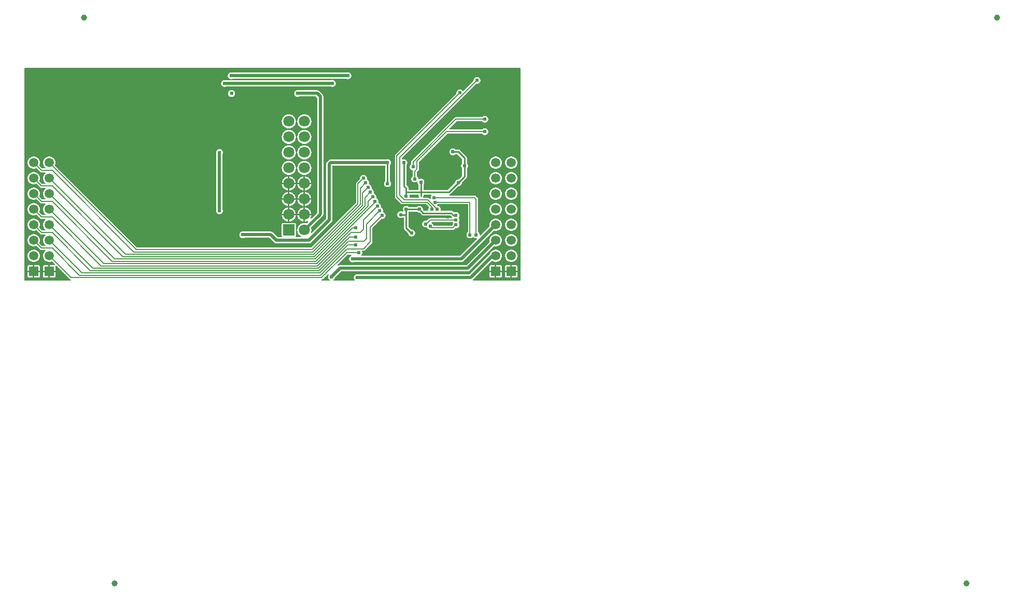
<source format=gbl>
G04 Layer: BottomLayer*
G04 EasyEDA v6.5.29, 2023-07-19 21:43:04*
G04 f8bcf56a654e41728208f455603ead28,5a6b42c53f6a479593ecc07194224c93,10*
G04 Gerber Generator version 0.2*
G04 Scale: 100 percent, Rotated: No, Reflected: No *
G04 Dimensions in millimeters *
G04 leading zeros omitted , absolute positions ,4 integer and 5 decimal *
%FSLAX45Y45*%
%MOMM*%

%AMMACRO1*21,1,$1,$2,0,0,$3*%
%ADD10C,0.5000*%
%ADD11C,0.2540*%
%ADD12C,0.1270*%
%ADD13C,1.0000*%
%ADD14MACRO1,1.8X1.8X90.0000*%
%ADD15C,1.8000*%
%ADD16R,1.5000X1.5000*%
%ADD17C,1.5000*%
%ADD18C,0.6096*%
%ADD19C,0.0115*%

%LPD*%
G36*
X-978458Y603758D02*
G01*
X-982065Y604418D01*
X-985215Y606348D01*
X-987501Y609295D01*
X-988568Y612851D01*
X-988263Y616559D01*
X-985926Y625195D01*
X-985062Y635000D01*
X-985926Y644804D01*
X-986536Y647090D01*
X-986840Y650798D01*
X-985774Y654354D01*
X-983538Y657301D01*
X-980389Y659231D01*
X-976731Y659892D01*
X-848868Y659892D01*
X-845007Y659130D01*
X-841705Y656894D01*
X-839520Y653592D01*
X-838708Y649732D01*
X-838708Y635508D01*
X-837946Y627481D01*
X-835761Y620217D01*
X-834898Y618693D01*
X-833729Y614730D01*
X-834288Y610565D01*
X-836421Y607009D01*
X-839825Y604621D01*
X-843889Y603758D01*
G37*

%LPD*%
G36*
X-647903Y584352D02*
G01*
X-652272Y584911D01*
X-655980Y587298D01*
X-662635Y593953D01*
X-668274Y598525D01*
X-674268Y601573D01*
X-680923Y603351D01*
X-686206Y603758D01*
X-756361Y603758D01*
X-760425Y604621D01*
X-763828Y607009D01*
X-765962Y610565D01*
X-766470Y614730D01*
X-765302Y618693D01*
X-764489Y620217D01*
X-762304Y627481D01*
X-761492Y635508D01*
X-761492Y649732D01*
X-760730Y653592D01*
X-758545Y656894D01*
X-755243Y659130D01*
X-751332Y659892D01*
X-637082Y659892D01*
X-632764Y658926D01*
X-629259Y656234D01*
X-627227Y652373D01*
X-627075Y647954D01*
X-628751Y643890D01*
X-633018Y637794D01*
X-637184Y628853D01*
X-639724Y619404D01*
X-640588Y609600D01*
X-639724Y599795D01*
X-639013Y597103D01*
X-638810Y592734D01*
X-640486Y588670D01*
X-643737Y585673D01*
G37*

%LPD*%
G36*
X-583641Y146558D02*
G01*
X-587959Y147523D01*
X-591413Y150164D01*
X-593445Y154076D01*
X-594766Y158953D01*
X-598932Y167894D01*
X-604570Y175920D01*
X-611479Y182880D01*
X-619556Y188518D01*
X-622046Y189636D01*
X-625195Y191973D01*
X-627227Y195275D01*
X-627888Y199136D01*
X-627075Y202946D01*
X-624840Y206146D01*
X-621588Y208279D01*
X-617728Y209042D01*
X-285902Y209042D01*
X-281940Y208229D01*
X-278587Y205892D01*
X-276402Y202438D01*
X-275742Y198424D01*
X-276758Y194513D01*
X-281584Y184353D01*
X-284124Y174904D01*
X-284988Y165100D01*
X-284530Y159918D01*
X-285089Y155600D01*
X-287477Y151892D01*
X-289814Y149504D01*
X-293116Y147320D01*
X-296976Y146558D01*
G37*

%LPD*%
G36*
X-7266431Y-748792D02*
G01*
X-7270343Y-748030D01*
X-7273594Y-745794D01*
X-7275830Y-742543D01*
X-7276592Y-738632D01*
X-7276592Y2719832D01*
X-7275830Y2723692D01*
X-7273594Y2726994D01*
X-7270343Y2729230D01*
X-7266431Y2729992D01*
X814832Y2729992D01*
X818692Y2729230D01*
X821994Y2726994D01*
X824179Y2723692D01*
X824992Y2719832D01*
X824992Y-738632D01*
X824179Y-742543D01*
X821994Y-745794D01*
X818692Y-748030D01*
X814832Y-748792D01*
X58928Y-748792D01*
X55016Y-748030D01*
X51765Y-745794D01*
X49530Y-742543D01*
X48768Y-738632D01*
X49530Y-734771D01*
X51765Y-731469D01*
X353364Y-429818D01*
X357073Y-427482D01*
X361492Y-426923D01*
X365709Y-428294D01*
X373583Y-432968D01*
X385978Y-438200D01*
X398983Y-441756D01*
X412343Y-443585D01*
X425805Y-443585D01*
X439166Y-441756D01*
X452170Y-438200D01*
X464566Y-432968D01*
X476199Y-426059D01*
X486765Y-417728D01*
X496112Y-408025D01*
X504139Y-397205D01*
X510590Y-385368D01*
X515416Y-372770D01*
X518566Y-359664D01*
X519887Y-346252D01*
X519480Y-332790D01*
X517194Y-319532D01*
X513232Y-306628D01*
X507542Y-294436D01*
X500278Y-283057D01*
X491591Y-272796D01*
X481584Y-263753D01*
X470509Y-256082D01*
X458470Y-250037D01*
X445719Y-245617D01*
X432511Y-242925D01*
X419100Y-242011D01*
X405638Y-242925D01*
X392430Y-245617D01*
X379679Y-250037D01*
X367690Y-256082D01*
X356565Y-263753D01*
X346557Y-272796D01*
X337870Y-283057D01*
X330606Y-294436D01*
X324916Y-306628D01*
X322275Y-315315D01*
X321259Y-317550D01*
X319735Y-319481D01*
X-5435Y-644601D01*
X-8686Y-646836D01*
X-12598Y-647598D01*
X-1815592Y-647598D01*
X-1819910Y-646633D01*
X-1822246Y-645566D01*
X-1831746Y-643026D01*
X-1841500Y-642162D01*
X-1851304Y-643026D01*
X-1860804Y-645566D01*
X-1869693Y-649681D01*
X-1877720Y-655320D01*
X-1884680Y-662279D01*
X-1890318Y-670306D01*
X-1894484Y-679246D01*
X-1897024Y-688695D01*
X-1897888Y-698500D01*
X-1897024Y-708304D01*
X-1894484Y-717753D01*
X-1890318Y-726694D01*
X-1886000Y-732790D01*
X-1884324Y-736854D01*
X-1884527Y-741273D01*
X-1886559Y-745185D01*
X-1890064Y-747826D01*
X-1894332Y-748792D01*
X-2220468Y-748792D01*
X-2224633Y-747928D01*
X-2228088Y-745388D01*
X-2230170Y-741680D01*
X-2230577Y-737463D01*
X-2229205Y-733450D01*
X-2226310Y-730300D01*
X-2224379Y-728980D01*
X-2217420Y-722020D01*
X-2211781Y-713994D01*
X-2208225Y-706272D01*
X-2206193Y-703376D01*
X-2102764Y-599998D01*
X-2099513Y-597763D01*
X-2095601Y-597001D01*
X-38354Y-597001D01*
X-33680Y-596798D01*
X-29260Y-596239D01*
X-24942Y-595274D01*
X-20726Y-593953D01*
X-16611Y-592226D01*
X-12649Y-590194D01*
X-8940Y-587806D01*
X-5384Y-585114D01*
X-1981Y-581964D01*
X389483Y-190500D01*
X392023Y-188671D01*
X394970Y-187655D01*
X398068Y-187604D01*
X412343Y-189585D01*
X425805Y-189585D01*
X439166Y-187756D01*
X452170Y-184200D01*
X464566Y-178968D01*
X476199Y-172059D01*
X486765Y-163728D01*
X496112Y-154025D01*
X504139Y-143205D01*
X510590Y-131368D01*
X515416Y-118770D01*
X518566Y-105664D01*
X519887Y-92252D01*
X519480Y-78790D01*
X517194Y-65532D01*
X513232Y-52628D01*
X507542Y-40436D01*
X500278Y-29057D01*
X491591Y-18796D01*
X481584Y-9753D01*
X470509Y-2082D01*
X458470Y3962D01*
X445719Y8382D01*
X432511Y11074D01*
X419100Y11988D01*
X405638Y11074D01*
X392430Y8382D01*
X379679Y3962D01*
X367690Y-2082D01*
X356565Y-9753D01*
X346557Y-18796D01*
X337870Y-29057D01*
X330606Y-40436D01*
X324916Y-52628D01*
X320954Y-65532D01*
X318719Y-78790D01*
X318262Y-92252D01*
X319582Y-105664D01*
X320344Y-108813D01*
X320548Y-112217D01*
X319633Y-115519D01*
X317652Y-118364D01*
X-56235Y-492201D01*
X-59537Y-494436D01*
X-63398Y-495198D01*
X-2120696Y-495198D01*
X-2125319Y-495401D01*
X-2129739Y-495960D01*
X-2134057Y-496925D01*
X-2138324Y-498246D01*
X-2142388Y-499973D01*
X-2146300Y-502005D01*
X-2150821Y-504951D01*
X-2154834Y-506476D01*
X-2159050Y-506222D01*
X-2162810Y-504291D01*
X-2165451Y-500938D01*
X-2166518Y-496824D01*
X-2165807Y-492658D01*
X-2163470Y-489153D01*
X-1996490Y-327202D01*
X-1993239Y-325120D01*
X-1989429Y-324358D01*
X-1947672Y-324358D01*
X-1943811Y-325120D01*
X-1940560Y-327253D01*
X-1938324Y-330454D01*
X-1937512Y-334264D01*
X-1938172Y-338124D01*
X-1940204Y-341426D01*
X-1943354Y-343712D01*
X-1945893Y-344881D01*
X-1953920Y-350520D01*
X-1960880Y-357479D01*
X-1966518Y-365506D01*
X-1970684Y-374446D01*
X-1973224Y-383895D01*
X-1974037Y-393700D01*
X-1973224Y-403504D01*
X-1970684Y-412953D01*
X-1966518Y-421893D01*
X-1960880Y-429920D01*
X-1953920Y-436880D01*
X-1945893Y-442518D01*
X-1937004Y-446633D01*
X-1927504Y-449173D01*
X-1917700Y-450037D01*
X-1907946Y-449173D01*
X-1898446Y-446633D01*
X-1896110Y-445566D01*
X-1891792Y-444601D01*
X-139903Y-444601D01*
X-135280Y-444398D01*
X-130860Y-443839D01*
X-126542Y-442874D01*
X-122275Y-441553D01*
X-118211Y-439826D01*
X-114249Y-437794D01*
X-110489Y-435406D01*
X-106984Y-432714D01*
X-103530Y-429564D01*
X389483Y63500D01*
X392023Y65328D01*
X394970Y66344D01*
X398068Y66395D01*
X412343Y64414D01*
X425805Y64414D01*
X439166Y66243D01*
X452170Y69799D01*
X464566Y75031D01*
X476199Y81940D01*
X486765Y90271D01*
X496112Y99974D01*
X504139Y110794D01*
X510590Y122631D01*
X515416Y135229D01*
X518566Y148336D01*
X519887Y161747D01*
X519480Y175209D01*
X517194Y188468D01*
X513232Y201371D01*
X507542Y213563D01*
X500278Y224942D01*
X491591Y235204D01*
X481584Y244246D01*
X470509Y251917D01*
X458470Y257962D01*
X445719Y262382D01*
X432511Y265074D01*
X419100Y265988D01*
X405638Y265074D01*
X392430Y262382D01*
X379679Y257962D01*
X367690Y251917D01*
X356565Y244246D01*
X346557Y235204D01*
X337870Y224942D01*
X330606Y213563D01*
X324916Y201371D01*
X320954Y188468D01*
X318719Y175209D01*
X318262Y161747D01*
X319582Y148336D01*
X320344Y145186D01*
X320548Y141732D01*
X319633Y138430D01*
X317652Y135636D01*
X175310Y-6705D01*
X172110Y-8839D01*
X168402Y-9702D01*
X164642Y-9093D01*
X161340Y-7112D01*
X159004Y-4114D01*
X157988Y-406D01*
X157073Y9804D01*
X154533Y19253D01*
X150418Y28194D01*
X144780Y36169D01*
X136855Y43992D01*
X134620Y47294D01*
X133858Y51206D01*
X133858Y583692D01*
X133096Y590905D01*
X131013Y597306D01*
X127609Y603250D01*
X124104Y607314D01*
X99364Y632053D01*
X93726Y636625D01*
X87731Y639673D01*
X81127Y641451D01*
X75793Y641858D01*
X-328930Y641858D01*
X-332994Y642670D01*
X-336346Y645058D01*
X-338480Y648512D01*
X-339090Y652576D01*
X-338023Y656539D01*
X-335483Y659790D01*
X-331927Y661720D01*
X-328168Y662889D01*
X-321513Y666445D01*
X-315264Y671525D01*
X-195072Y791768D01*
X-192176Y793800D01*
X-188772Y794715D01*
X-180746Y795426D01*
X-171246Y797966D01*
X-162356Y802081D01*
X-154279Y807720D01*
X-147370Y814679D01*
X-141732Y822706D01*
X-137566Y831646D01*
X-135026Y841095D01*
X-134315Y849121D01*
X-133400Y852525D01*
X-131368Y855421D01*
X-61976Y924864D01*
X-56845Y931113D01*
X-53289Y937768D01*
X-51104Y944981D01*
X-50292Y953008D01*
X-50292Y1085342D01*
X-49530Y1089202D01*
X-47345Y1092504D01*
X-45770Y1094079D01*
X-40132Y1102106D01*
X-35966Y1111046D01*
X-33426Y1120495D01*
X-32562Y1130300D01*
X-33426Y1140104D01*
X-35966Y1149553D01*
X-40132Y1158494D01*
X-45770Y1166520D01*
X-47345Y1168095D01*
X-49530Y1171397D01*
X-50292Y1175258D01*
X-50292Y1256792D01*
X-51104Y1264818D01*
X-53289Y1272032D01*
X-56845Y1278737D01*
X-61976Y1284935D01*
X-162864Y1385824D01*
X-169113Y1390954D01*
X-175768Y1394510D01*
X-182981Y1396695D01*
X-191008Y1397508D01*
X-234442Y1397508D01*
X-238302Y1398270D01*
X-241604Y1400454D01*
X-243179Y1402080D01*
X-251256Y1407718D01*
X-260146Y1411833D01*
X-269646Y1414373D01*
X-279400Y1415237D01*
X-289204Y1414373D01*
X-298704Y1411833D01*
X-307594Y1407718D01*
X-315671Y1402080D01*
X-322580Y1395120D01*
X-328218Y1387094D01*
X-332384Y1378153D01*
X-334924Y1368704D01*
X-335788Y1358900D01*
X-334924Y1349095D01*
X-332384Y1339646D01*
X-328218Y1330706D01*
X-322580Y1322679D01*
X-315671Y1315720D01*
X-307594Y1310081D01*
X-298704Y1305966D01*
X-289204Y1303426D01*
X-279400Y1302562D01*
X-269646Y1303426D01*
X-260146Y1305966D01*
X-251256Y1310081D01*
X-243179Y1315720D01*
X-241604Y1317294D01*
X-238353Y1319530D01*
X-234442Y1320292D01*
X-210718Y1320292D01*
X-206806Y1319530D01*
X-203555Y1317294D01*
X-130505Y1244295D01*
X-128320Y1240993D01*
X-127508Y1237081D01*
X-127508Y1175308D01*
X-128320Y1171397D01*
X-130505Y1168095D01*
X-132080Y1166520D01*
X-137718Y1158494D01*
X-141884Y1149553D01*
X-144424Y1140104D01*
X-145288Y1130300D01*
X-144424Y1120495D01*
X-141884Y1111046D01*
X-137718Y1102106D01*
X-132080Y1094079D01*
X-130505Y1092504D01*
X-128270Y1089202D01*
X-127508Y1085291D01*
X-127508Y972718D01*
X-128270Y968806D01*
X-130505Y965504D01*
X-185978Y910031D01*
X-188874Y907999D01*
X-192278Y907084D01*
X-200304Y906373D01*
X-209804Y903833D01*
X-218694Y899718D01*
X-226771Y894080D01*
X-233679Y887120D01*
X-239318Y879094D01*
X-243484Y870153D01*
X-246024Y860704D01*
X-246735Y852678D01*
X-247650Y849274D01*
X-249682Y846378D01*
X-355955Y740054D01*
X-359257Y737870D01*
X-363118Y737108D01*
X-751332Y737108D01*
X-755243Y737870D01*
X-758545Y740054D01*
X-760730Y743356D01*
X-761492Y747268D01*
X-761492Y818641D01*
X-760730Y822502D01*
X-758545Y825804D01*
X-756970Y827379D01*
X-751332Y835406D01*
X-747166Y844346D01*
X-744626Y853795D01*
X-743762Y863600D01*
X-744626Y873404D01*
X-747166Y882853D01*
X-751332Y891794D01*
X-756970Y899820D01*
X-763879Y906780D01*
X-771956Y912418D01*
X-780846Y916533D01*
X-790346Y919073D01*
X-800100Y919937D01*
X-809904Y919073D01*
X-819403Y916533D01*
X-828294Y912418D01*
X-829818Y911352D01*
X-833678Y909675D01*
X-837946Y909777D01*
X-841756Y911555D01*
X-844499Y914755D01*
X-845769Y918768D01*
X-846226Y924204D01*
X-848766Y933653D01*
X-852932Y942594D01*
X-858519Y950569D01*
X-866444Y958392D01*
X-868680Y961694D01*
X-869442Y965606D01*
X-869442Y1023823D01*
X-868680Y1027734D01*
X-866495Y1030986D01*
X-841197Y1056284D01*
X-836625Y1061974D01*
X-833526Y1067968D01*
X-831748Y1074572D01*
X-831342Y1079906D01*
X-831342Y1188923D01*
X-830580Y1192834D01*
X-828395Y1196086D01*
X-370636Y1653844D01*
X-367334Y1656080D01*
X-363423Y1656842D01*
X190042Y1656842D01*
X193954Y1656080D01*
X197256Y1653844D01*
X205079Y1645920D01*
X213106Y1640281D01*
X221996Y1636166D01*
X231495Y1633626D01*
X241300Y1632762D01*
X251053Y1633626D01*
X260553Y1636166D01*
X269443Y1640281D01*
X277520Y1645920D01*
X284429Y1652879D01*
X290068Y1660906D01*
X294233Y1669846D01*
X296773Y1679295D01*
X297637Y1689100D01*
X296773Y1698904D01*
X294233Y1708353D01*
X290068Y1717293D01*
X284429Y1725320D01*
X277520Y1732280D01*
X269443Y1737918D01*
X260553Y1742033D01*
X251053Y1744573D01*
X241300Y1745437D01*
X231495Y1744573D01*
X221996Y1742033D01*
X213106Y1737918D01*
X205079Y1732280D01*
X197256Y1724355D01*
X193954Y1722120D01*
X190042Y1721357D01*
X-329387Y1721357D01*
X-333298Y1722120D01*
X-336600Y1724355D01*
X-338785Y1727606D01*
X-339547Y1731518D01*
X-338785Y1735429D01*
X-336600Y1738680D01*
X-218236Y1857044D01*
X-214934Y1859280D01*
X-211023Y1860042D01*
X190042Y1860042D01*
X193954Y1859280D01*
X197256Y1857044D01*
X205079Y1849120D01*
X213106Y1843481D01*
X221996Y1839366D01*
X231495Y1836826D01*
X241300Y1835962D01*
X251053Y1836826D01*
X260553Y1839366D01*
X269443Y1843481D01*
X277520Y1849120D01*
X284429Y1856079D01*
X290068Y1864106D01*
X294233Y1873046D01*
X296773Y1882495D01*
X297637Y1892300D01*
X296773Y1902104D01*
X294233Y1911553D01*
X290068Y1920493D01*
X284429Y1928520D01*
X277520Y1935480D01*
X269443Y1941118D01*
X260553Y1945233D01*
X251053Y1947773D01*
X241300Y1948637D01*
X231495Y1947773D01*
X221996Y1945233D01*
X213106Y1941118D01*
X205079Y1935480D01*
X197256Y1927555D01*
X193954Y1925320D01*
X190042Y1924557D01*
X-228092Y1924557D01*
X-235305Y1923796D01*
X-241706Y1921713D01*
X-247650Y1918309D01*
X-251714Y1914804D01*
X-949553Y1216964D01*
X-954125Y1211326D01*
X-957173Y1205331D01*
X-958951Y1198727D01*
X-959358Y1193393D01*
X-959358Y1161846D01*
X-960170Y1157935D01*
X-962406Y1154633D01*
X-970330Y1146810D01*
X-975918Y1138783D01*
X-980084Y1129893D01*
X-982624Y1120394D01*
X-983487Y1110589D01*
X-982624Y1100836D01*
X-980084Y1091336D01*
X-975918Y1082446D01*
X-970280Y1074369D01*
X-963371Y1067460D01*
X-955294Y1061821D01*
X-946403Y1057656D01*
X-941120Y1056233D01*
X-937920Y1054760D01*
X-935431Y1052271D01*
X-933958Y1049121D01*
X-933602Y1045616D01*
X-933958Y1040993D01*
X-933958Y965657D01*
X-934770Y961694D01*
X-937006Y958392D01*
X-944930Y950569D01*
X-950518Y942594D01*
X-954684Y933653D01*
X-957224Y924204D01*
X-958087Y914400D01*
X-957224Y904595D01*
X-954684Y895146D01*
X-950518Y886206D01*
X-944880Y878179D01*
X-937971Y871219D01*
X-929894Y865581D01*
X-921003Y861466D01*
X-911504Y858926D01*
X-901700Y858062D01*
X-891946Y858926D01*
X-882446Y861466D01*
X-873556Y865581D01*
X-872032Y866648D01*
X-868171Y868324D01*
X-863904Y868222D01*
X-860094Y866444D01*
X-857351Y863244D01*
X-856081Y859231D01*
X-855624Y853795D01*
X-853084Y844346D01*
X-848918Y835406D01*
X-843280Y827379D01*
X-841705Y825804D01*
X-839520Y822502D01*
X-838708Y818591D01*
X-838708Y747268D01*
X-839520Y743356D01*
X-841705Y740054D01*
X-845007Y737870D01*
X-848868Y737108D01*
X-992632Y737108D01*
X-996543Y737870D01*
X-999845Y740054D01*
X-1002030Y743356D01*
X-1002792Y747268D01*
X-1002792Y761441D01*
X-1003604Y769518D01*
X-1005789Y776732D01*
X-1009345Y783386D01*
X-1014476Y789635D01*
X-1037945Y813104D01*
X-1040130Y816406D01*
X-1040892Y820267D01*
X-1040892Y1136142D01*
X-1040130Y1140002D01*
X-1037945Y1143304D01*
X-1036370Y1144879D01*
X-1030732Y1152906D01*
X-1026566Y1161846D01*
X-1024026Y1171295D01*
X-1023162Y1181100D01*
X-1024026Y1190904D01*
X-1026566Y1200353D01*
X-1030732Y1209294D01*
X-1036370Y1217320D01*
X-1043279Y1224280D01*
X-1051356Y1229918D01*
X-1060246Y1234033D01*
X-1069746Y1236573D01*
X-1079500Y1237437D01*
X-1089304Y1236573D01*
X-1097940Y1234287D01*
X-1101648Y1233982D01*
X-1105204Y1235049D01*
X-1108151Y1237284D01*
X-1110081Y1240434D01*
X-1110742Y1244092D01*
X-1110742Y1252423D01*
X-1109980Y1256334D01*
X-1107795Y1259586D01*
X101041Y2468473D01*
X104749Y2470810D01*
X109118Y2471420D01*
X114300Y2470962D01*
X124053Y2471826D01*
X133553Y2474366D01*
X142443Y2478481D01*
X150520Y2484120D01*
X157429Y2491079D01*
X163068Y2499106D01*
X167233Y2508046D01*
X169773Y2517495D01*
X170637Y2527300D01*
X169773Y2537104D01*
X167233Y2546553D01*
X163068Y2555494D01*
X157429Y2563520D01*
X150520Y2570480D01*
X142443Y2576118D01*
X133553Y2580233D01*
X124053Y2582773D01*
X114300Y2583637D01*
X104495Y2582773D01*
X94996Y2580233D01*
X86106Y2576118D01*
X78028Y2570480D01*
X71120Y2563520D01*
X65481Y2555494D01*
X61315Y2546553D01*
X58775Y2537104D01*
X57912Y2527300D01*
X58369Y2522169D01*
X57810Y2517800D01*
X55422Y2514092D01*
X-103682Y2354986D01*
X-107391Y2352598D01*
X-111709Y2352040D01*
X-115925Y2353360D01*
X-119176Y2356358D01*
X-121970Y2360320D01*
X-128879Y2367280D01*
X-136956Y2372918D01*
X-145846Y2377033D01*
X-155346Y2379573D01*
X-165100Y2380437D01*
X-174904Y2379573D01*
X-184404Y2377033D01*
X-193294Y2372918D01*
X-201371Y2367280D01*
X-208279Y2360320D01*
X-213918Y2352294D01*
X-218084Y2343353D01*
X-220624Y2333904D01*
X-221488Y2324100D01*
X-221030Y2318969D01*
X-221589Y2314600D01*
X-223977Y2310892D01*
X-1216253Y1318615D01*
X-1220825Y1312926D01*
X-1223873Y1306931D01*
X-1225651Y1300327D01*
X-1226058Y1294993D01*
X-1226058Y622808D01*
X-1225296Y615594D01*
X-1223213Y609193D01*
X-1219809Y603250D01*
X-1216355Y599186D01*
X-1128115Y510946D01*
X-1122476Y506374D01*
X-1116431Y503326D01*
X-1109827Y501548D01*
X-1104493Y501142D01*
X-716076Y501142D01*
X-712216Y500380D01*
X-708914Y498144D01*
X-671779Y461009D01*
X-669747Y458114D01*
X-668832Y454710D01*
X-669137Y451205D01*
X-675284Y438353D01*
X-677824Y428904D01*
X-678688Y419100D01*
X-677824Y409295D01*
X-677164Y406958D01*
X-676910Y403250D01*
X-677926Y399694D01*
X-680212Y396748D01*
X-683361Y394817D01*
X-687019Y394157D01*
X-741832Y394157D01*
X-745693Y394919D01*
X-748995Y397154D01*
X-766368Y414528D01*
X-768400Y417423D01*
X-769315Y420827D01*
X-770026Y428904D01*
X-772566Y438353D01*
X-776732Y447293D01*
X-782370Y455320D01*
X-789279Y462280D01*
X-797356Y467918D01*
X-806246Y472033D01*
X-815746Y474573D01*
X-825500Y475437D01*
X-835304Y474573D01*
X-844803Y472033D01*
X-853694Y467918D01*
X-861771Y462280D01*
X-863346Y460705D01*
X-866648Y458470D01*
X-870508Y457708D01*
X-996442Y457708D01*
X-1000302Y458470D01*
X-1003604Y460705D01*
X-1005179Y462280D01*
X-1013256Y467918D01*
X-1022146Y472033D01*
X-1031646Y474573D01*
X-1041400Y475437D01*
X-1051204Y474573D01*
X-1060704Y472033D01*
X-1069594Y467918D01*
X-1077671Y462280D01*
X-1084580Y455320D01*
X-1090218Y447293D01*
X-1094384Y438353D01*
X-1096924Y428904D01*
X-1097788Y419100D01*
X-1096924Y409295D01*
X-1094384Y399846D01*
X-1091590Y393903D01*
X-1090676Y389890D01*
X-1091387Y385826D01*
X-1093622Y382422D01*
X-1097076Y380136D01*
X-1101090Y379425D01*
X-1105103Y380390D01*
X-1111046Y383133D01*
X-1120546Y385673D01*
X-1130300Y386537D01*
X-1140104Y385673D01*
X-1149604Y383133D01*
X-1158494Y379018D01*
X-1166571Y373380D01*
X-1173480Y366420D01*
X-1179118Y358394D01*
X-1183284Y349453D01*
X-1185824Y340004D01*
X-1186688Y330200D01*
X-1185824Y320395D01*
X-1183284Y310946D01*
X-1179118Y302006D01*
X-1173480Y293979D01*
X-1166571Y287020D01*
X-1158494Y281381D01*
X-1149604Y277266D01*
X-1140104Y274726D01*
X-1130300Y273862D01*
X-1120546Y274726D01*
X-1111046Y277266D01*
X-1102156Y281381D01*
X-1096010Y285699D01*
X-1091946Y287375D01*
X-1087577Y287172D01*
X-1083665Y285140D01*
X-1080973Y281686D01*
X-1080008Y277368D01*
X-1080008Y114808D01*
X-1079246Y106781D01*
X-1077061Y99517D01*
X-1073454Y92862D01*
X-1068374Y86614D01*
X-1011174Y29413D01*
X-1009142Y26568D01*
X-1008227Y23114D01*
X-1008024Y20828D01*
X-1005484Y11328D01*
X-1001318Y2438D01*
X-995680Y-5638D01*
X-988771Y-12547D01*
X-980694Y-18186D01*
X-971803Y-22352D01*
X-962304Y-24892D01*
X-952500Y-25755D01*
X-942746Y-24892D01*
X-933246Y-22352D01*
X-924356Y-18186D01*
X-916279Y-12547D01*
X-909370Y-5638D01*
X-903732Y2438D01*
X-899566Y11328D01*
X-897026Y20828D01*
X-896162Y30581D01*
X-897026Y40386D01*
X-899566Y49885D01*
X-903732Y58775D01*
X-909370Y66852D01*
X-916279Y73761D01*
X-924356Y79400D01*
X-933246Y83566D01*
X-942746Y86106D01*
X-952500Y86969D01*
X-954176Y86817D01*
X-958545Y87376D01*
X-962253Y89763D01*
X-999845Y127304D01*
X-1002030Y130606D01*
X-1002792Y134467D01*
X-1002792Y370332D01*
X-1002030Y374192D01*
X-999845Y377494D01*
X-996543Y379730D01*
X-992632Y380492D01*
X-870508Y380492D01*
X-866597Y379730D01*
X-863346Y377494D01*
X-861771Y375920D01*
X-853694Y370281D01*
X-844803Y366166D01*
X-835304Y363626D01*
X-827328Y362915D01*
X-823925Y362000D01*
X-821029Y359968D01*
X-789686Y328625D01*
X-783437Y323494D01*
X-776782Y319938D01*
X-769518Y317754D01*
X-761492Y316941D01*
X-325018Y316941D01*
X-321106Y316179D01*
X-317855Y313944D01*
X-294741Y290880D01*
X-292557Y287578D01*
X-291795Y283718D01*
X-292557Y279806D01*
X-294741Y276504D01*
X-298043Y274320D01*
X-301955Y273558D01*
X-647192Y273558D01*
X-654405Y272796D01*
X-660806Y270713D01*
X-666750Y267258D01*
X-670814Y263804D01*
X-699871Y234746D01*
X-702767Y232714D01*
X-706170Y231800D01*
X-709726Y232105D01*
X-714146Y233273D01*
X-723900Y234137D01*
X-733704Y233273D01*
X-743204Y230733D01*
X-752094Y226618D01*
X-760171Y220979D01*
X-767080Y214020D01*
X-772718Y205994D01*
X-776884Y197053D01*
X-779424Y187604D01*
X-780288Y177800D01*
X-779424Y167995D01*
X-776884Y158546D01*
X-772718Y149606D01*
X-767080Y141579D01*
X-760171Y134620D01*
X-752094Y128981D01*
X-743204Y124866D01*
X-733704Y122326D01*
X-723900Y121462D01*
X-714146Y122326D01*
X-711200Y123088D01*
X-707694Y123393D01*
X-704240Y122478D01*
X-701395Y120446D01*
X-699363Y117602D01*
X-696518Y111506D01*
X-690880Y103479D01*
X-683971Y96520D01*
X-675894Y90881D01*
X-667004Y86766D01*
X-657504Y84226D01*
X-647700Y83362D01*
X-637032Y84277D01*
X-633730Y84023D01*
X-627329Y82448D01*
X-621893Y82042D01*
X-279958Y82042D01*
X-272745Y82804D01*
X-266293Y84886D01*
X-260350Y88290D01*
X-256336Y91744D01*
X-241808Y106273D01*
X-238099Y108610D01*
X-233730Y109220D01*
X-228600Y108762D01*
X-218846Y109626D01*
X-209346Y112166D01*
X-200456Y116281D01*
X-192379Y121920D01*
X-185470Y128879D01*
X-179832Y136906D01*
X-175666Y145846D01*
X-173126Y155295D01*
X-172262Y165100D01*
X-173126Y174904D01*
X-175666Y184353D01*
X-179832Y193294D01*
X-182676Y197358D01*
X-184302Y201168D01*
X-184302Y205232D01*
X-182676Y209042D01*
X-179832Y213106D01*
X-175666Y222046D01*
X-173126Y231495D01*
X-172262Y241300D01*
X-173126Y251104D01*
X-175666Y260553D01*
X-179832Y269494D01*
X-182676Y273558D01*
X-184302Y277368D01*
X-184302Y281432D01*
X-182676Y285242D01*
X-179832Y289306D01*
X-175666Y298246D01*
X-173126Y307695D01*
X-172262Y317500D01*
X-173126Y327304D01*
X-175666Y336753D01*
X-179832Y345694D01*
X-185470Y353720D01*
X-192379Y360680D01*
X-200456Y366318D01*
X-209346Y370433D01*
X-218846Y372973D01*
X-228600Y373837D01*
X-238404Y372973D01*
X-247904Y370433D01*
X-253187Y367995D01*
X-257200Y367030D01*
X-261213Y367741D01*
X-264668Y370027D01*
X-277164Y382473D01*
X-283413Y387604D01*
X-290068Y391160D01*
X-297281Y393344D01*
X-305308Y394157D01*
X-468731Y394157D01*
X-472389Y394817D01*
X-475538Y396748D01*
X-477824Y399694D01*
X-478840Y403250D01*
X-478586Y406958D01*
X-477926Y409295D01*
X-477062Y419100D01*
X-477926Y428904D01*
X-480466Y438353D01*
X-484632Y447293D01*
X-490270Y455320D01*
X-497179Y462280D01*
X-505256Y467918D01*
X-514146Y472033D01*
X-523646Y474573D01*
X-527050Y474878D01*
X-530758Y475945D01*
X-533755Y478231D01*
X-535736Y481533D01*
X-536346Y485292D01*
X-535533Y489000D01*
X-533400Y492150D01*
X-527507Y498144D01*
X-524205Y500380D01*
X-520293Y501142D01*
X-42418Y501142D01*
X-38557Y500380D01*
X-35255Y498144D01*
X-33070Y494893D01*
X-32258Y490982D01*
X-32258Y51206D01*
X-33070Y47294D01*
X-35306Y43992D01*
X-43230Y36169D01*
X-48818Y28194D01*
X-52984Y19253D01*
X-55524Y9804D01*
X-56388Y0D01*
X-55524Y-9804D01*
X-52984Y-19253D01*
X-48818Y-28194D01*
X-43180Y-36220D01*
X-36271Y-43180D01*
X-28194Y-48818D01*
X-19304Y-52933D01*
X-9804Y-55473D01*
X0Y-56337D01*
X9753Y-55473D01*
X19253Y-52933D01*
X28143Y-48818D01*
X36220Y-43180D01*
X43586Y-35763D01*
X46888Y-33578D01*
X50800Y-32766D01*
X54660Y-33578D01*
X57962Y-35763D01*
X65379Y-43180D01*
X73406Y-48818D01*
X82346Y-52933D01*
X91795Y-55473D01*
X102006Y-56388D01*
X105714Y-57404D01*
X108712Y-59740D01*
X110693Y-63042D01*
X111302Y-66802D01*
X110439Y-70510D01*
X108305Y-73710D01*
X-157835Y-339801D01*
X-161086Y-342036D01*
X-164998Y-342798D01*
X-1763572Y-342798D01*
X-1767839Y-341833D01*
X-1771345Y-339140D01*
X-1773377Y-335280D01*
X-1773580Y-330860D01*
X-1771904Y-326796D01*
X-1767332Y-320294D01*
X-1763166Y-311353D01*
X-1760626Y-301904D01*
X-1759762Y-292100D01*
X-1760626Y-282295D01*
X-1762963Y-273659D01*
X-1763217Y-269951D01*
X-1762201Y-266395D01*
X-1759915Y-263448D01*
X-1756765Y-261518D01*
X-1753107Y-260858D01*
X-1740458Y-260858D01*
X-1733194Y-260096D01*
X-1726793Y-258013D01*
X-1720850Y-254609D01*
X-1716836Y-251155D01*
X-1603197Y-137464D01*
X-1598625Y-131826D01*
X-1595526Y-125831D01*
X-1593748Y-119227D01*
X-1593342Y-113893D01*
X-1593342Y109423D01*
X-1592580Y113334D01*
X-1590395Y116636D01*
X-1448358Y258673D01*
X-1444650Y261010D01*
X-1440281Y261620D01*
X-1435100Y261162D01*
X-1425346Y262026D01*
X-1415846Y264566D01*
X-1406956Y268681D01*
X-1398879Y274320D01*
X-1391970Y281279D01*
X-1386332Y289306D01*
X-1382166Y298246D01*
X-1379626Y307695D01*
X-1378762Y317500D01*
X-1379626Y327304D01*
X-1382166Y336753D01*
X-1386332Y345694D01*
X-1391970Y353720D01*
X-1398879Y360680D01*
X-1406956Y366318D01*
X-1413002Y369112D01*
X-1415897Y371144D01*
X-1417929Y374040D01*
X-1418844Y377444D01*
X-1418539Y380949D01*
X-1417726Y383895D01*
X-1416862Y393700D01*
X-1417726Y403504D01*
X-1420266Y412953D01*
X-1424432Y421893D01*
X-1430070Y429920D01*
X-1436979Y436880D01*
X-1445056Y442518D01*
X-1451102Y445312D01*
X-1453997Y447344D01*
X-1456029Y450240D01*
X-1456944Y453643D01*
X-1456639Y457149D01*
X-1455826Y460095D01*
X-1454962Y469900D01*
X-1455826Y479704D01*
X-1458366Y489153D01*
X-1462532Y498093D01*
X-1468170Y506120D01*
X-1475079Y513080D01*
X-1483156Y518718D01*
X-1489202Y521512D01*
X-1492097Y523544D01*
X-1494129Y526440D01*
X-1495044Y529844D01*
X-1494739Y533349D01*
X-1493926Y536295D01*
X-1493062Y546100D01*
X-1493926Y555904D01*
X-1496466Y565353D01*
X-1500632Y574294D01*
X-1506270Y582320D01*
X-1513179Y589280D01*
X-1521256Y594918D01*
X-1527302Y597712D01*
X-1530197Y599744D01*
X-1532229Y602640D01*
X-1533144Y606044D01*
X-1532839Y609549D01*
X-1532026Y612495D01*
X-1531162Y622300D01*
X-1532026Y632104D01*
X-1534566Y641553D01*
X-1538732Y650494D01*
X-1544370Y658520D01*
X-1551279Y665480D01*
X-1559356Y671118D01*
X-1565402Y673912D01*
X-1568297Y675944D01*
X-1570329Y678840D01*
X-1571244Y682244D01*
X-1570939Y685749D01*
X-1570126Y688695D01*
X-1569262Y698500D01*
X-1570126Y708304D01*
X-1572666Y717753D01*
X-1576832Y726694D01*
X-1582470Y734720D01*
X-1589379Y741680D01*
X-1597456Y747318D01*
X-1603502Y750112D01*
X-1606397Y752144D01*
X-1608429Y755040D01*
X-1609344Y758444D01*
X-1609039Y761949D01*
X-1608226Y764895D01*
X-1607362Y774700D01*
X-1608226Y784504D01*
X-1610766Y793953D01*
X-1614932Y802894D01*
X-1620570Y810920D01*
X-1627479Y817880D01*
X-1635556Y823518D01*
X-1641602Y826312D01*
X-1644497Y828344D01*
X-1646529Y831240D01*
X-1647443Y834644D01*
X-1647139Y838149D01*
X-1646326Y841095D01*
X-1645462Y850900D01*
X-1646326Y860704D01*
X-1648866Y870153D01*
X-1653032Y879094D01*
X-1658670Y887120D01*
X-1665579Y894080D01*
X-1673656Y899718D01*
X-1679702Y902512D01*
X-1682597Y904544D01*
X-1684629Y907440D01*
X-1685543Y910844D01*
X-1685239Y914349D01*
X-1684426Y917295D01*
X-1683562Y927100D01*
X-1684426Y936904D01*
X-1686966Y946353D01*
X-1691132Y955294D01*
X-1696770Y963320D01*
X-1703679Y970280D01*
X-1711756Y975918D01*
X-1720646Y980033D01*
X-1730146Y982573D01*
X-1739900Y983437D01*
X-1749704Y982573D01*
X-1759204Y980033D01*
X-1768093Y975918D01*
X-1776171Y970280D01*
X-1783080Y963320D01*
X-1788718Y955294D01*
X-1792884Y946353D01*
X-1795424Y936904D01*
X-1796288Y927100D01*
X-1795830Y921969D01*
X-1796389Y917600D01*
X-1798777Y913892D01*
X-1851253Y861415D01*
X-1855825Y855726D01*
X-1858873Y849731D01*
X-1860651Y843127D01*
X-1861057Y837793D01*
X-1861057Y525576D01*
X-1861820Y521665D01*
X-1864055Y518363D01*
X-2588463Y-206044D01*
X-2591765Y-208279D01*
X-2595676Y-209042D01*
X-5430723Y-209042D01*
X-5434634Y-208279D01*
X-5437936Y-206044D01*
X-6775450Y1131468D01*
X-6777634Y1134719D01*
X-6778447Y1138529D01*
X-6777786Y1142339D01*
X-6774332Y1151229D01*
X-6771233Y1164336D01*
X-6769862Y1177747D01*
X-6770319Y1191209D01*
X-6772554Y1204468D01*
X-6776567Y1217371D01*
X-6782257Y1229563D01*
X-6789470Y1240942D01*
X-6798208Y1251204D01*
X-6808165Y1260246D01*
X-6819290Y1267917D01*
X-6831330Y1273962D01*
X-6844030Y1278382D01*
X-6857238Y1281074D01*
X-6870700Y1281988D01*
X-6884162Y1281074D01*
X-6897370Y1278382D01*
X-6910070Y1273962D01*
X-6922109Y1267917D01*
X-6933234Y1260246D01*
X-6943242Y1251204D01*
X-6951929Y1240942D01*
X-6959193Y1229563D01*
X-6964832Y1217371D01*
X-6968845Y1204468D01*
X-6971080Y1191209D01*
X-6971538Y1177747D01*
X-6970166Y1164336D01*
X-6967067Y1151229D01*
X-6962241Y1138631D01*
X-6955739Y1126794D01*
X-6947763Y1115974D01*
X-6938365Y1106271D01*
X-6936130Y1104493D01*
X-6933438Y1101293D01*
X-6932269Y1097330D01*
X-6932828Y1093165D01*
X-6934962Y1089609D01*
X-6938365Y1087221D01*
X-6942429Y1086358D01*
X-6980123Y1086358D01*
X-6984034Y1087120D01*
X-6987336Y1089355D01*
X-7029450Y1131468D01*
X-7031634Y1134719D01*
X-7032447Y1138478D01*
X-7031786Y1142339D01*
X-7028332Y1151229D01*
X-7025233Y1164336D01*
X-7023862Y1177747D01*
X-7024319Y1191209D01*
X-7026554Y1204468D01*
X-7030567Y1217371D01*
X-7036206Y1229563D01*
X-7043470Y1240942D01*
X-7052208Y1251204D01*
X-7062165Y1260246D01*
X-7073290Y1267917D01*
X-7085330Y1273962D01*
X-7098030Y1278382D01*
X-7111238Y1281074D01*
X-7124700Y1281988D01*
X-7138162Y1281074D01*
X-7151370Y1278382D01*
X-7164070Y1273962D01*
X-7176109Y1267917D01*
X-7187234Y1260246D01*
X-7197242Y1251204D01*
X-7205929Y1240942D01*
X-7213193Y1229563D01*
X-7218832Y1217371D01*
X-7222845Y1204468D01*
X-7225080Y1191209D01*
X-7225538Y1177747D01*
X-7224166Y1164336D01*
X-7221067Y1151229D01*
X-7216190Y1138631D01*
X-7209739Y1126794D01*
X-7201763Y1115974D01*
X-7192365Y1106271D01*
X-7181799Y1097940D01*
X-7170216Y1091031D01*
X-7157770Y1085799D01*
X-7144816Y1082243D01*
X-7131456Y1080414D01*
X-7117943Y1080414D01*
X-7104583Y1082243D01*
X-7091629Y1085799D01*
X-7086244Y1088085D01*
X-7082332Y1088847D01*
X-7078421Y1088085D01*
X-7075119Y1085900D01*
X-7020864Y1031646D01*
X-7015225Y1027074D01*
X-7009231Y1024026D01*
X-7002627Y1022248D01*
X-6997293Y1021842D01*
X-6942378Y1021842D01*
X-6938416Y1021029D01*
X-6935063Y1018743D01*
X-6932930Y1015339D01*
X-6932218Y1011326D01*
X-6933184Y1007414D01*
X-6935571Y1004163D01*
X-6943242Y997203D01*
X-6951929Y986942D01*
X-6959193Y975563D01*
X-6964832Y963371D01*
X-6968845Y950468D01*
X-6971080Y937209D01*
X-6971538Y923747D01*
X-6970166Y910336D01*
X-6967067Y897229D01*
X-6962241Y884631D01*
X-6955739Y872794D01*
X-6947763Y861974D01*
X-6938365Y852271D01*
X-6936130Y850493D01*
X-6933438Y847293D01*
X-6932269Y843330D01*
X-6932828Y839165D01*
X-6934962Y835609D01*
X-6938365Y833221D01*
X-6942429Y832358D01*
X-6980123Y832358D01*
X-6984034Y833119D01*
X-6987336Y835355D01*
X-7029450Y877468D01*
X-7031634Y880719D01*
X-7032447Y884478D01*
X-7031786Y888339D01*
X-7028332Y897229D01*
X-7025233Y910336D01*
X-7023862Y923747D01*
X-7024319Y937209D01*
X-7026554Y950468D01*
X-7030567Y963371D01*
X-7036206Y975563D01*
X-7043470Y986942D01*
X-7052208Y997203D01*
X-7062165Y1006246D01*
X-7073290Y1013917D01*
X-7085330Y1019962D01*
X-7098030Y1024382D01*
X-7111238Y1027074D01*
X-7124700Y1027988D01*
X-7138162Y1027074D01*
X-7151370Y1024382D01*
X-7164070Y1019962D01*
X-7176109Y1013917D01*
X-7187234Y1006246D01*
X-7197242Y997203D01*
X-7205929Y986942D01*
X-7213193Y975563D01*
X-7218832Y963371D01*
X-7222845Y950468D01*
X-7225080Y937209D01*
X-7225538Y923747D01*
X-7224166Y910336D01*
X-7221067Y897229D01*
X-7216190Y884631D01*
X-7209739Y872794D01*
X-7201763Y861974D01*
X-7192365Y852271D01*
X-7181799Y843940D01*
X-7170216Y837031D01*
X-7157770Y831799D01*
X-7144816Y828243D01*
X-7131456Y826414D01*
X-7117943Y826414D01*
X-7104583Y828243D01*
X-7091629Y831799D01*
X-7086244Y834085D01*
X-7082332Y834847D01*
X-7078421Y834085D01*
X-7075119Y831900D01*
X-7020864Y777646D01*
X-7015225Y773074D01*
X-7009231Y770026D01*
X-7002627Y768248D01*
X-6997293Y767842D01*
X-6942378Y767842D01*
X-6938416Y767029D01*
X-6935063Y764743D01*
X-6932930Y761339D01*
X-6932218Y757326D01*
X-6933184Y753414D01*
X-6935571Y750163D01*
X-6943242Y743204D01*
X-6951929Y732942D01*
X-6959193Y721563D01*
X-6964832Y709371D01*
X-6968845Y696468D01*
X-6971080Y683209D01*
X-6971538Y669747D01*
X-6970166Y656336D01*
X-6967067Y643229D01*
X-6962241Y630631D01*
X-6955739Y618794D01*
X-6947763Y607974D01*
X-6938365Y598271D01*
X-6936130Y596493D01*
X-6933438Y593293D01*
X-6932269Y589330D01*
X-6932828Y585165D01*
X-6934962Y581609D01*
X-6938365Y579221D01*
X-6942429Y578358D01*
X-6980123Y578358D01*
X-6984034Y579120D01*
X-6987336Y581355D01*
X-7029450Y623468D01*
X-7031634Y626719D01*
X-7032447Y630478D01*
X-7031786Y634339D01*
X-7028332Y643229D01*
X-7025233Y656336D01*
X-7023862Y669747D01*
X-7024319Y683209D01*
X-7026554Y696468D01*
X-7030567Y709371D01*
X-7036206Y721563D01*
X-7043470Y732942D01*
X-7052208Y743204D01*
X-7062165Y752246D01*
X-7073290Y759917D01*
X-7085330Y765962D01*
X-7098030Y770382D01*
X-7111238Y773074D01*
X-7124700Y773988D01*
X-7138162Y773074D01*
X-7151370Y770382D01*
X-7164070Y765962D01*
X-7176109Y759917D01*
X-7187234Y752246D01*
X-7197242Y743204D01*
X-7205929Y732942D01*
X-7213193Y721563D01*
X-7218832Y709371D01*
X-7222845Y696468D01*
X-7225080Y683209D01*
X-7225538Y669747D01*
X-7224166Y656336D01*
X-7221067Y643229D01*
X-7216190Y630631D01*
X-7209739Y618794D01*
X-7201763Y607974D01*
X-7192365Y598271D01*
X-7181799Y589940D01*
X-7170216Y583031D01*
X-7157770Y577799D01*
X-7144816Y574243D01*
X-7131456Y572414D01*
X-7117943Y572414D01*
X-7104583Y574243D01*
X-7091629Y577799D01*
X-7086244Y580085D01*
X-7082332Y580847D01*
X-7078421Y580085D01*
X-7075119Y577900D01*
X-7020864Y523646D01*
X-7015225Y519074D01*
X-7009231Y516026D01*
X-7002627Y514248D01*
X-6997293Y513842D01*
X-6942378Y513842D01*
X-6938416Y513029D01*
X-6935063Y510743D01*
X-6932930Y507339D01*
X-6932218Y503326D01*
X-6933184Y499414D01*
X-6935571Y496163D01*
X-6943242Y489204D01*
X-6951929Y478942D01*
X-6959193Y467563D01*
X-6964832Y455371D01*
X-6968845Y442468D01*
X-6971080Y429209D01*
X-6971538Y415747D01*
X-6970166Y402336D01*
X-6967067Y389229D01*
X-6962241Y376631D01*
X-6955739Y364794D01*
X-6947763Y353974D01*
X-6938365Y344271D01*
X-6936130Y342493D01*
X-6933438Y339293D01*
X-6932269Y335330D01*
X-6932828Y331165D01*
X-6934962Y327609D01*
X-6938365Y325221D01*
X-6942429Y324358D01*
X-6980123Y324358D01*
X-6984034Y325120D01*
X-6987336Y327355D01*
X-7029450Y369468D01*
X-7031634Y372719D01*
X-7032447Y376478D01*
X-7031786Y380339D01*
X-7028332Y389229D01*
X-7025233Y402336D01*
X-7023862Y415747D01*
X-7024319Y429209D01*
X-7026554Y442468D01*
X-7030567Y455371D01*
X-7036206Y467563D01*
X-7043470Y478942D01*
X-7052208Y489204D01*
X-7062165Y498246D01*
X-7073290Y505917D01*
X-7085330Y511962D01*
X-7098030Y516382D01*
X-7111238Y519074D01*
X-7124700Y519988D01*
X-7138162Y519074D01*
X-7151370Y516382D01*
X-7164070Y511962D01*
X-7176109Y505917D01*
X-7187234Y498246D01*
X-7197242Y489204D01*
X-7205929Y478942D01*
X-7213193Y467563D01*
X-7218832Y455371D01*
X-7222845Y442468D01*
X-7225080Y429209D01*
X-7225538Y415747D01*
X-7224166Y402336D01*
X-7221067Y389229D01*
X-7216190Y376631D01*
X-7209739Y364794D01*
X-7201763Y353974D01*
X-7192365Y344271D01*
X-7181799Y335940D01*
X-7170216Y329031D01*
X-7157770Y323799D01*
X-7144816Y320243D01*
X-7131456Y318414D01*
X-7117943Y318414D01*
X-7104583Y320243D01*
X-7091629Y323799D01*
X-7086244Y326085D01*
X-7082332Y326847D01*
X-7078421Y326085D01*
X-7075119Y323900D01*
X-7020864Y269646D01*
X-7015225Y265074D01*
X-7009231Y262026D01*
X-7002627Y260248D01*
X-6997293Y259842D01*
X-6942378Y259842D01*
X-6938416Y259029D01*
X-6935063Y256743D01*
X-6932930Y253339D01*
X-6932218Y249326D01*
X-6933184Y245414D01*
X-6935571Y242163D01*
X-6943242Y235204D01*
X-6951929Y224942D01*
X-6959193Y213563D01*
X-6964832Y201371D01*
X-6968845Y188468D01*
X-6971080Y175209D01*
X-6971538Y161747D01*
X-6970166Y148336D01*
X-6967067Y135229D01*
X-6962241Y122631D01*
X-6955739Y110794D01*
X-6947763Y99974D01*
X-6938365Y90271D01*
X-6936130Y88493D01*
X-6933438Y85293D01*
X-6932269Y81330D01*
X-6932828Y77165D01*
X-6934962Y73609D01*
X-6938365Y71221D01*
X-6942429Y70358D01*
X-6980123Y70358D01*
X-6984034Y71120D01*
X-6987336Y73355D01*
X-7029450Y115468D01*
X-7031634Y118719D01*
X-7032447Y122478D01*
X-7031786Y126339D01*
X-7028332Y135229D01*
X-7025233Y148336D01*
X-7023862Y161747D01*
X-7024319Y175209D01*
X-7026554Y188468D01*
X-7030567Y201371D01*
X-7036206Y213563D01*
X-7043470Y224942D01*
X-7052208Y235204D01*
X-7062165Y244246D01*
X-7073290Y251917D01*
X-7085330Y257962D01*
X-7098030Y262382D01*
X-7111238Y265074D01*
X-7124700Y265988D01*
X-7138162Y265074D01*
X-7151370Y262382D01*
X-7164070Y257962D01*
X-7176109Y251917D01*
X-7187234Y244246D01*
X-7197242Y235204D01*
X-7205929Y224942D01*
X-7213193Y213563D01*
X-7218832Y201371D01*
X-7222845Y188468D01*
X-7225080Y175209D01*
X-7225538Y161747D01*
X-7224166Y148336D01*
X-7221067Y135229D01*
X-7216190Y122631D01*
X-7209739Y110794D01*
X-7201763Y99974D01*
X-7192365Y90271D01*
X-7181799Y81940D01*
X-7170216Y75031D01*
X-7157770Y69799D01*
X-7144816Y66243D01*
X-7131456Y64414D01*
X-7117943Y64414D01*
X-7104583Y66243D01*
X-7091629Y69799D01*
X-7086244Y72085D01*
X-7082332Y72847D01*
X-7078421Y72085D01*
X-7075119Y69900D01*
X-7020864Y15646D01*
X-7015225Y11074D01*
X-7009231Y8026D01*
X-7002627Y6248D01*
X-6997293Y5842D01*
X-6942378Y5842D01*
X-6938416Y5029D01*
X-6935063Y2743D01*
X-6932930Y-660D01*
X-6932218Y-4673D01*
X-6933184Y-8585D01*
X-6935571Y-11836D01*
X-6943242Y-18796D01*
X-6951929Y-29057D01*
X-6959193Y-40436D01*
X-6964832Y-52628D01*
X-6968845Y-65532D01*
X-6971080Y-78790D01*
X-6971538Y-92252D01*
X-6970166Y-105664D01*
X-6967067Y-118770D01*
X-6962241Y-131368D01*
X-6955739Y-143205D01*
X-6947763Y-154025D01*
X-6938365Y-163728D01*
X-6936130Y-165506D01*
X-6933438Y-168706D01*
X-6932269Y-172720D01*
X-6932828Y-176834D01*
X-6934962Y-180390D01*
X-6938365Y-182778D01*
X-6942429Y-183642D01*
X-6980123Y-183642D01*
X-6984034Y-182880D01*
X-6987336Y-180695D01*
X-7029450Y-138531D01*
X-7031634Y-135280D01*
X-7032447Y-131521D01*
X-7031786Y-127660D01*
X-7028332Y-118770D01*
X-7025233Y-105664D01*
X-7023862Y-92252D01*
X-7024319Y-78790D01*
X-7026554Y-65532D01*
X-7030567Y-52628D01*
X-7036206Y-40436D01*
X-7043470Y-29057D01*
X-7052208Y-18796D01*
X-7062165Y-9753D01*
X-7073290Y-2082D01*
X-7085330Y3962D01*
X-7098030Y8382D01*
X-7111238Y11074D01*
X-7124700Y11988D01*
X-7138162Y11074D01*
X-7151370Y8382D01*
X-7164070Y3962D01*
X-7176109Y-2082D01*
X-7187234Y-9753D01*
X-7197242Y-18796D01*
X-7205929Y-29057D01*
X-7213193Y-40436D01*
X-7218832Y-52628D01*
X-7222845Y-65532D01*
X-7225080Y-78790D01*
X-7225538Y-92252D01*
X-7224166Y-105664D01*
X-7221067Y-118770D01*
X-7216190Y-131368D01*
X-7209739Y-143205D01*
X-7201763Y-154025D01*
X-7192365Y-163728D01*
X-7181799Y-172059D01*
X-7170216Y-178968D01*
X-7157770Y-184200D01*
X-7144816Y-187756D01*
X-7131456Y-189585D01*
X-7117943Y-189585D01*
X-7104583Y-187756D01*
X-7091629Y-184200D01*
X-7086244Y-181965D01*
X-7082332Y-181152D01*
X-7078421Y-181914D01*
X-7075119Y-184099D01*
X-7020864Y-238353D01*
X-7015225Y-242925D01*
X-7009231Y-245973D01*
X-7002627Y-247751D01*
X-6997293Y-248158D01*
X-6942378Y-248158D01*
X-6938416Y-248970D01*
X-6935114Y-251256D01*
X-6932930Y-254660D01*
X-6932218Y-258673D01*
X-6933184Y-262585D01*
X-6935571Y-265836D01*
X-6943242Y-272796D01*
X-6951929Y-283057D01*
X-6959193Y-294436D01*
X-6964832Y-306628D01*
X-6968845Y-319532D01*
X-6971080Y-332790D01*
X-6971538Y-346252D01*
X-6970166Y-359664D01*
X-6967067Y-372770D01*
X-6962241Y-385368D01*
X-6955739Y-397205D01*
X-6947763Y-408025D01*
X-6938365Y-417728D01*
X-6927799Y-426059D01*
X-6916216Y-432968D01*
X-6903821Y-438200D01*
X-6890816Y-441756D01*
X-6877456Y-443585D01*
X-6863943Y-443585D01*
X-6850634Y-441756D01*
X-6837629Y-438200D01*
X-6832244Y-435914D01*
X-6828332Y-435152D01*
X-6824421Y-435914D01*
X-6821119Y-438099D01*
X-6779209Y-480009D01*
X-6777024Y-483209D01*
X-6776262Y-487019D01*
X-6776923Y-490829D01*
X-6779006Y-494131D01*
X-6782155Y-496417D01*
X-6785914Y-497332D01*
X-6796278Y-496011D01*
X-6858000Y-496011D01*
X-6858000Y-584200D01*
X-6769811Y-584200D01*
X-6769811Y-522478D01*
X-6771131Y-512114D01*
X-6770217Y-508355D01*
X-6767931Y-505206D01*
X-6764629Y-503123D01*
X-6760819Y-502462D01*
X-6757009Y-503224D01*
X-6753809Y-505409D01*
X-6538264Y-720953D01*
X-6532626Y-725525D01*
X-6521957Y-730707D01*
X-6519316Y-733907D01*
X-6518198Y-737870D01*
X-6518706Y-741984D01*
X-6520840Y-745540D01*
X-6524244Y-747928D01*
X-6528307Y-748792D01*
G37*

%LPC*%
G36*
X-3898900Y2544572D02*
G01*
X-3896969Y2546350D01*
X-3892804Y2547670D01*
X-3889146Y2547975D01*
X-3879646Y2550515D01*
X-3877259Y2551633D01*
X-3872992Y2552598D01*
X-2254656Y2552598D01*
X-2250338Y2551633D01*
X-2247900Y2549753D01*
X-2245461Y2551633D01*
X-2241143Y2552598D01*
X-2019858Y2552598D01*
X-2015540Y2551633D01*
X-2013204Y2550515D01*
X-2003704Y2547975D01*
X-1993900Y2547162D01*
X-1984146Y2547975D01*
X-1974646Y2550515D01*
X-1965756Y2554681D01*
X-1957679Y2560320D01*
X-1950770Y2567279D01*
X-1945132Y2575306D01*
X-1940966Y2584196D01*
X-1938426Y2593695D01*
X-1937562Y2603500D01*
X-1938426Y2613253D01*
X-1940966Y2622753D01*
X-1945132Y2631643D01*
X-1950770Y2639720D01*
X-1957679Y2646680D01*
X-1965756Y2652268D01*
X-1974646Y2656433D01*
X-1984146Y2658973D01*
X-1993900Y2659837D01*
X-2003704Y2658973D01*
X-2013204Y2656433D01*
X-2015489Y2655366D01*
X-2019807Y2654401D01*
X-3873042Y2654401D01*
X-3877310Y2655366D01*
X-3879646Y2656433D01*
X-3889146Y2658973D01*
X-3898900Y2659837D01*
X-3908704Y2658973D01*
X-3918204Y2656433D01*
X-3927094Y2652268D01*
X-3935120Y2646680D01*
X-3942079Y2639720D01*
X-3947718Y2631643D01*
X-3951884Y2622753D01*
X-3954424Y2613253D01*
X-3955237Y2603500D01*
X-3954424Y2593695D01*
X-3951884Y2584196D01*
X-3947718Y2575306D01*
X-3942079Y2567279D01*
X-3935120Y2560320D01*
X-3927094Y2554681D01*
X-3918204Y2550515D01*
X-3908704Y2547975D01*
X-3905046Y2547670D01*
X-3900830Y2546350D01*
G37*
G36*
X-4008729Y2420112D02*
G01*
X-3998925Y2420975D01*
X-3989476Y2423515D01*
X-3987088Y2424633D01*
X-3982770Y2425598D01*
X-2273808Y2425598D01*
X-2269540Y2424633D01*
X-2267153Y2423515D01*
X-2257704Y2420975D01*
X-2247900Y2420112D01*
X-2238095Y2420975D01*
X-2228646Y2423515D01*
X-2219706Y2427681D01*
X-2211679Y2433320D01*
X-2204720Y2440228D01*
X-2199081Y2448306D01*
X-2194966Y2457196D01*
X-2192426Y2466695D01*
X-2191562Y2476449D01*
X-2192426Y2486253D01*
X-2194966Y2495753D01*
X-2199081Y2504643D01*
X-2204720Y2512720D01*
X-2211679Y2519629D01*
X-2219706Y2525268D01*
X-2228646Y2529433D01*
X-2238095Y2531973D01*
X-2242058Y2532329D01*
X-2246223Y2533650D01*
X-2247900Y2535174D01*
X-2249576Y2533650D01*
X-2253742Y2532329D01*
X-2257704Y2531973D01*
X-2267153Y2529433D01*
X-2269490Y2528366D01*
X-2273757Y2527401D01*
X-3891889Y2527401D01*
X-3896207Y2528366D01*
X-3898900Y2530449D01*
X-3901643Y2528366D01*
X-3905910Y2527401D01*
X-3982872Y2527401D01*
X-3987139Y2528366D01*
X-3989476Y2529433D01*
X-3998925Y2531973D01*
X-4008729Y2532837D01*
X-4018534Y2531973D01*
X-4027982Y2529433D01*
X-4036923Y2525268D01*
X-4044950Y2519629D01*
X-4051909Y2512720D01*
X-4057548Y2504643D01*
X-4061663Y2495753D01*
X-4064203Y2486253D01*
X-4065066Y2476449D01*
X-4064203Y2466695D01*
X-4061663Y2457196D01*
X-4057548Y2448306D01*
X-4051909Y2440228D01*
X-4044950Y2433320D01*
X-4036923Y2427681D01*
X-4027982Y2423515D01*
X-4018534Y2420975D01*
G37*
G36*
X-6945122Y-697788D02*
G01*
X-6883400Y-697788D01*
X-6883400Y-609600D01*
X-6971588Y-609600D01*
X-6971588Y-671322D01*
X-6970877Y-677672D01*
X-6968998Y-683107D01*
X-6965899Y-688035D01*
X-6961835Y-692099D01*
X-6956907Y-695198D01*
X-6951472Y-697077D01*
G37*
G36*
X-7112000Y-697788D02*
G01*
X-7050278Y-697788D01*
X-7043928Y-697077D01*
X-7038492Y-695198D01*
X-7033564Y-692099D01*
X-7029500Y-688035D01*
X-7026402Y-683107D01*
X-7024522Y-677672D01*
X-7023811Y-671322D01*
X-7023811Y-609600D01*
X-7112000Y-609600D01*
G37*
G36*
X-7199122Y-697788D02*
G01*
X-7137400Y-697788D01*
X-7137400Y-609600D01*
X-7225588Y-609600D01*
X-7225588Y-671322D01*
X-7224877Y-677672D01*
X-7222998Y-683107D01*
X-7219899Y-688035D01*
X-7215835Y-692099D01*
X-7210907Y-695198D01*
X-7205472Y-697077D01*
G37*
G36*
X598627Y-697788D02*
G01*
X660400Y-697788D01*
X660400Y-609600D01*
X572160Y-609600D01*
X572160Y-671322D01*
X572871Y-677672D01*
X574802Y-683107D01*
X577850Y-688035D01*
X581964Y-692099D01*
X586841Y-695198D01*
X592328Y-697077D01*
G37*
G36*
X685800Y-697788D02*
G01*
X747522Y-697788D01*
X753821Y-697077D01*
X759307Y-695198D01*
X764184Y-692099D01*
X768299Y-688035D01*
X771347Y-683107D01*
X773277Y-677672D01*
X773988Y-671322D01*
X773988Y-609600D01*
X685800Y-609600D01*
G37*
G36*
X344678Y-697788D02*
G01*
X406400Y-697788D01*
X406400Y-609600D01*
X318160Y-609600D01*
X318160Y-671322D01*
X318871Y-677672D01*
X320802Y-683107D01*
X323900Y-688035D01*
X327964Y-692099D01*
X332892Y-695198D01*
X338328Y-697077D01*
G37*
G36*
X431800Y-697788D02*
G01*
X493522Y-697788D01*
X499821Y-697077D01*
X505307Y-695198D01*
X510184Y-692099D01*
X514299Y-688035D01*
X517347Y-683107D01*
X519277Y-677672D01*
X519988Y-671322D01*
X519988Y-609600D01*
X431800Y-609600D01*
G37*
G36*
X-6858000Y-697788D02*
G01*
X-6796278Y-697788D01*
X-6789978Y-697077D01*
X-6784492Y-695198D01*
X-6779615Y-692099D01*
X-6775500Y-688035D01*
X-6772402Y-683107D01*
X-6770522Y-677672D01*
X-6769811Y-671322D01*
X-6769811Y-609600D01*
X-6858000Y-609600D01*
G37*
G36*
X-3893972Y2256434D02*
G01*
X-3884218Y2257298D01*
X-3874719Y2259838D01*
X-3865829Y2264003D01*
X-3857751Y2269642D01*
X-3850843Y2276551D01*
X-3845204Y2284628D01*
X-3841038Y2293518D01*
X-3838498Y2303018D01*
X-3837635Y2312771D01*
X-3838498Y2322576D01*
X-3841038Y2332075D01*
X-3845204Y2340965D01*
X-3850843Y2349042D01*
X-3857751Y2355951D01*
X-3865829Y2361590D01*
X-3874719Y2365756D01*
X-3884218Y2368296D01*
X-3893972Y2369159D01*
X-3903776Y2368296D01*
X-3913276Y2365756D01*
X-3922166Y2361590D01*
X-3930243Y2355951D01*
X-3937152Y2349042D01*
X-3942791Y2340965D01*
X-3946956Y2332075D01*
X-3949496Y2322576D01*
X-3950360Y2312771D01*
X-3949496Y2303018D01*
X-3946956Y2293518D01*
X-3942791Y2284628D01*
X-3937152Y2276551D01*
X-3930243Y2269642D01*
X-3922166Y2264003D01*
X-3913276Y2259838D01*
X-3903776Y2257298D01*
G37*
G36*
X-6971588Y-584200D02*
G01*
X-6883400Y-584200D01*
X-6883400Y-496011D01*
X-6945122Y-496011D01*
X-6951472Y-496722D01*
X-6956907Y-498601D01*
X-6961835Y-501700D01*
X-6965899Y-505815D01*
X-6968998Y-510692D01*
X-6970877Y-516178D01*
X-6971588Y-522478D01*
G37*
G36*
X-7112000Y-584200D02*
G01*
X-7023811Y-584200D01*
X-7023811Y-522478D01*
X-7024522Y-516178D01*
X-7026402Y-510692D01*
X-7029500Y-505815D01*
X-7033564Y-501700D01*
X-7038492Y-498601D01*
X-7043928Y-496722D01*
X-7050278Y-496011D01*
X-7112000Y-496011D01*
G37*
G36*
X-7225588Y-584200D02*
G01*
X-7137400Y-584200D01*
X-7137400Y-496011D01*
X-7199122Y-496011D01*
X-7205472Y-496722D01*
X-7210907Y-498601D01*
X-7215835Y-501700D01*
X-7219899Y-505815D01*
X-7222998Y-510692D01*
X-7224877Y-516178D01*
X-7225588Y-522478D01*
G37*
G36*
X318160Y-584200D02*
G01*
X406400Y-584200D01*
X406400Y-496011D01*
X344678Y-496011D01*
X338328Y-496722D01*
X332892Y-498601D01*
X327964Y-501700D01*
X323900Y-505815D01*
X320802Y-510692D01*
X318871Y-516178D01*
X318160Y-522478D01*
G37*
G36*
X431800Y-584200D02*
G01*
X519988Y-584200D01*
X519988Y-522478D01*
X519277Y-516178D01*
X517347Y-510692D01*
X514299Y-505815D01*
X510184Y-501700D01*
X505307Y-498601D01*
X499821Y-496722D01*
X493522Y-496011D01*
X431800Y-496011D01*
G37*
G36*
X572160Y-584200D02*
G01*
X660400Y-584200D01*
X660400Y-496011D01*
X598627Y-496011D01*
X592328Y-496722D01*
X586841Y-498601D01*
X581964Y-501700D01*
X577850Y-505815D01*
X574802Y-510692D01*
X572871Y-516178D01*
X572160Y-522478D01*
G37*
G36*
X685800Y-584200D02*
G01*
X773988Y-584200D01*
X773988Y-522478D01*
X773277Y-516178D01*
X771347Y-510692D01*
X768299Y-505815D01*
X764184Y-501700D01*
X759307Y-498601D01*
X753821Y-496722D01*
X747522Y-496011D01*
X685800Y-496011D01*
G37*
G36*
X-2959100Y1739696D02*
G01*
X-2944571Y1740611D01*
X-2930296Y1743354D01*
X-2916428Y1747824D01*
X-2903270Y1754022D01*
X-2890977Y1761845D01*
X-2879801Y1771091D01*
X-2869793Y1781708D01*
X-2861259Y1793493D01*
X-2854248Y1806244D01*
X-2848914Y1819757D01*
X-2845257Y1833880D01*
X-2843428Y1848307D01*
X-2843428Y1862886D01*
X-2845257Y1877314D01*
X-2848914Y1891385D01*
X-2854248Y1904949D01*
X-2861259Y1917700D01*
X-2869793Y1929485D01*
X-2879801Y1940052D01*
X-2890977Y1949348D01*
X-2903270Y1957120D01*
X-2916428Y1963318D01*
X-2930296Y1967839D01*
X-2944571Y1970582D01*
X-2959100Y1971497D01*
X-2973628Y1970582D01*
X-2987954Y1967839D01*
X-3001772Y1963318D01*
X-3014929Y1957120D01*
X-3027222Y1949348D01*
X-3038449Y1940052D01*
X-3048406Y1929485D01*
X-3056940Y1917700D01*
X-3063951Y1904949D01*
X-3069336Y1891385D01*
X-3072942Y1877314D01*
X-3074771Y1862886D01*
X-3074771Y1848307D01*
X-3072942Y1833880D01*
X-3069336Y1819757D01*
X-3063951Y1806244D01*
X-3056940Y1793493D01*
X-3048406Y1781708D01*
X-3038449Y1771091D01*
X-3027222Y1761845D01*
X-3014929Y1754022D01*
X-3001772Y1747824D01*
X-2987954Y1743354D01*
X-2973628Y1740611D01*
G37*
G36*
X-2705100Y1739696D02*
G01*
X-2690571Y1740611D01*
X-2676296Y1743354D01*
X-2662428Y1747824D01*
X-2649270Y1754022D01*
X-2636977Y1761845D01*
X-2625801Y1771091D01*
X-2615793Y1781708D01*
X-2607259Y1793493D01*
X-2600248Y1806244D01*
X-2594914Y1819757D01*
X-2591257Y1833880D01*
X-2589428Y1848307D01*
X-2589428Y1862886D01*
X-2591257Y1877314D01*
X-2594914Y1891385D01*
X-2600248Y1904949D01*
X-2607259Y1917700D01*
X-2615793Y1929485D01*
X-2625801Y1940052D01*
X-2636977Y1949348D01*
X-2649270Y1957120D01*
X-2662428Y1963318D01*
X-2676296Y1967839D01*
X-2690571Y1970582D01*
X-2705100Y1971497D01*
X-2719628Y1970582D01*
X-2733954Y1967839D01*
X-2747772Y1963318D01*
X-2760929Y1957120D01*
X-2773222Y1949348D01*
X-2784449Y1940052D01*
X-2794406Y1929485D01*
X-2802940Y1917700D01*
X-2809951Y1904949D01*
X-2815336Y1891385D01*
X-2818942Y1877314D01*
X-2820771Y1862886D01*
X-2820771Y1848307D01*
X-2818942Y1833880D01*
X-2815336Y1819757D01*
X-2809951Y1806244D01*
X-2802940Y1793493D01*
X-2794406Y1781708D01*
X-2784449Y1771091D01*
X-2773222Y1761845D01*
X-2760929Y1754022D01*
X-2747772Y1747824D01*
X-2733954Y1743354D01*
X-2719628Y1740611D01*
G37*
G36*
X-2959100Y1485696D02*
G01*
X-2944571Y1486611D01*
X-2930296Y1489354D01*
X-2916428Y1493824D01*
X-2903270Y1500022D01*
X-2890977Y1507845D01*
X-2879801Y1517091D01*
X-2869793Y1527708D01*
X-2861259Y1539494D01*
X-2854248Y1552244D01*
X-2848914Y1565757D01*
X-2845257Y1579880D01*
X-2843428Y1594307D01*
X-2843428Y1608886D01*
X-2845257Y1623314D01*
X-2848914Y1637385D01*
X-2854248Y1650949D01*
X-2861259Y1663700D01*
X-2869793Y1675485D01*
X-2879801Y1686052D01*
X-2890977Y1695348D01*
X-2903270Y1703120D01*
X-2916428Y1709318D01*
X-2930296Y1713839D01*
X-2944571Y1716582D01*
X-2959100Y1717497D01*
X-2973628Y1716582D01*
X-2987954Y1713839D01*
X-3001772Y1709318D01*
X-3014929Y1703120D01*
X-3027222Y1695348D01*
X-3038449Y1686052D01*
X-3048406Y1675485D01*
X-3056940Y1663700D01*
X-3063951Y1650949D01*
X-3069336Y1637385D01*
X-3072942Y1623314D01*
X-3074771Y1608886D01*
X-3074771Y1594307D01*
X-3072942Y1579880D01*
X-3069336Y1565757D01*
X-3063951Y1552244D01*
X-3056940Y1539494D01*
X-3048406Y1527708D01*
X-3038449Y1517091D01*
X-3027222Y1507845D01*
X-3014929Y1500022D01*
X-3001772Y1493824D01*
X-2987954Y1489354D01*
X-2973628Y1486611D01*
G37*
G36*
X-2705100Y1485696D02*
G01*
X-2690571Y1486611D01*
X-2676296Y1489354D01*
X-2662428Y1493824D01*
X-2649270Y1500022D01*
X-2636977Y1507845D01*
X-2625801Y1517091D01*
X-2615793Y1527708D01*
X-2607259Y1539494D01*
X-2600248Y1552244D01*
X-2594914Y1565757D01*
X-2591257Y1579880D01*
X-2589428Y1594307D01*
X-2589428Y1608886D01*
X-2591257Y1623314D01*
X-2594914Y1637385D01*
X-2600248Y1650949D01*
X-2607259Y1663700D01*
X-2615793Y1675485D01*
X-2625801Y1686052D01*
X-2636977Y1695348D01*
X-2649270Y1703120D01*
X-2662428Y1709318D01*
X-2676296Y1713839D01*
X-2690571Y1716582D01*
X-2705100Y1717497D01*
X-2719628Y1716582D01*
X-2733954Y1713839D01*
X-2747772Y1709318D01*
X-2760929Y1703120D01*
X-2773222Y1695348D01*
X-2784449Y1686052D01*
X-2794406Y1675485D01*
X-2802940Y1663700D01*
X-2809951Y1650949D01*
X-2815336Y1637385D01*
X-2818942Y1623314D01*
X-2820771Y1608886D01*
X-2820771Y1594307D01*
X-2818942Y1579880D01*
X-2815336Y1565757D01*
X-2809951Y1552244D01*
X-2802940Y1539494D01*
X-2794406Y1527708D01*
X-2784449Y1517091D01*
X-2773222Y1507845D01*
X-2760929Y1500022D01*
X-2747772Y1493824D01*
X-2733954Y1489354D01*
X-2719628Y1486611D01*
G37*
G36*
X666343Y-443585D02*
G01*
X679805Y-443585D01*
X693166Y-441756D01*
X706170Y-438200D01*
X718566Y-432968D01*
X730199Y-426059D01*
X740765Y-417728D01*
X750112Y-408025D01*
X758139Y-397205D01*
X764590Y-385368D01*
X769416Y-372770D01*
X772566Y-359664D01*
X773887Y-346252D01*
X773480Y-332790D01*
X771194Y-319532D01*
X767232Y-306628D01*
X761542Y-294436D01*
X754278Y-283057D01*
X745591Y-272796D01*
X735584Y-263753D01*
X724509Y-256082D01*
X712470Y-250037D01*
X699719Y-245617D01*
X686511Y-242925D01*
X673100Y-242011D01*
X659638Y-242925D01*
X646430Y-245617D01*
X633679Y-250037D01*
X621690Y-256082D01*
X610565Y-263753D01*
X600557Y-272796D01*
X591870Y-283057D01*
X584606Y-294436D01*
X578916Y-306628D01*
X574954Y-319532D01*
X572719Y-332790D01*
X572262Y-346252D01*
X573582Y-359664D01*
X576732Y-372770D01*
X581558Y-385368D01*
X588060Y-397205D01*
X596036Y-408025D01*
X605383Y-417728D01*
X616000Y-426059D01*
X627583Y-432968D01*
X639978Y-438200D01*
X652983Y-441756D01*
G37*
G36*
X-7131456Y-443585D02*
G01*
X-7117943Y-443585D01*
X-7104583Y-441756D01*
X-7091629Y-438200D01*
X-7079183Y-432968D01*
X-7067600Y-426059D01*
X-7057034Y-417728D01*
X-7047636Y-408025D01*
X-7039660Y-397205D01*
X-7033209Y-385368D01*
X-7028332Y-372770D01*
X-7025233Y-359664D01*
X-7023862Y-346252D01*
X-7024319Y-332790D01*
X-7026554Y-319532D01*
X-7030567Y-306628D01*
X-7036206Y-294436D01*
X-7043470Y-283057D01*
X-7052208Y-272796D01*
X-7062165Y-263753D01*
X-7073290Y-256082D01*
X-7085330Y-250037D01*
X-7098030Y-245617D01*
X-7111238Y-242925D01*
X-7124700Y-242011D01*
X-7138162Y-242925D01*
X-7151370Y-245617D01*
X-7164070Y-250037D01*
X-7176109Y-256082D01*
X-7187234Y-263753D01*
X-7197242Y-272796D01*
X-7205929Y-283057D01*
X-7213193Y-294436D01*
X-7218832Y-306628D01*
X-7222845Y-319532D01*
X-7225080Y-332790D01*
X-7225538Y-346252D01*
X-7224166Y-359664D01*
X-7221067Y-372770D01*
X-7216190Y-385368D01*
X-7209739Y-397205D01*
X-7201763Y-408025D01*
X-7192365Y-417728D01*
X-7181799Y-426059D01*
X-7170216Y-432968D01*
X-7157770Y-438200D01*
X-7144816Y-441756D01*
G37*
G36*
X-2959100Y1231696D02*
G01*
X-2944571Y1232611D01*
X-2930296Y1235354D01*
X-2916428Y1239824D01*
X-2903270Y1246022D01*
X-2890977Y1253845D01*
X-2879801Y1263091D01*
X-2869793Y1273708D01*
X-2861259Y1285494D01*
X-2854248Y1298244D01*
X-2848914Y1311757D01*
X-2845257Y1325880D01*
X-2843428Y1340307D01*
X-2843428Y1354886D01*
X-2845257Y1369314D01*
X-2848914Y1383385D01*
X-2854248Y1396949D01*
X-2861259Y1409700D01*
X-2869793Y1421485D01*
X-2879801Y1432052D01*
X-2890977Y1441348D01*
X-2903270Y1449120D01*
X-2916428Y1455318D01*
X-2930296Y1459839D01*
X-2944571Y1462582D01*
X-2959100Y1463497D01*
X-2973628Y1462582D01*
X-2987954Y1459839D01*
X-3001772Y1455318D01*
X-3014929Y1449120D01*
X-3027222Y1441348D01*
X-3038449Y1432052D01*
X-3048406Y1421485D01*
X-3056940Y1409700D01*
X-3063951Y1396949D01*
X-3069336Y1383385D01*
X-3072942Y1369314D01*
X-3074771Y1354886D01*
X-3074771Y1340307D01*
X-3072942Y1325880D01*
X-3069336Y1311757D01*
X-3063951Y1298244D01*
X-3056940Y1285494D01*
X-3048406Y1273708D01*
X-3038449Y1263091D01*
X-3027222Y1253845D01*
X-3014929Y1246022D01*
X-3001772Y1239824D01*
X-2987954Y1235354D01*
X-2973628Y1232611D01*
G37*
G36*
X-2705100Y1231696D02*
G01*
X-2690571Y1232611D01*
X-2676296Y1235354D01*
X-2662428Y1239824D01*
X-2649270Y1246022D01*
X-2636977Y1253845D01*
X-2625801Y1263091D01*
X-2615793Y1273708D01*
X-2607259Y1285494D01*
X-2600248Y1298244D01*
X-2594914Y1311757D01*
X-2591257Y1325880D01*
X-2589428Y1340307D01*
X-2589428Y1354886D01*
X-2591257Y1369314D01*
X-2594914Y1383385D01*
X-2600248Y1396949D01*
X-2607259Y1409700D01*
X-2615793Y1421485D01*
X-2625801Y1432052D01*
X-2636977Y1441348D01*
X-2649270Y1449120D01*
X-2662428Y1455318D01*
X-2676296Y1459839D01*
X-2690571Y1462582D01*
X-2705100Y1463497D01*
X-2719628Y1462582D01*
X-2733954Y1459839D01*
X-2747772Y1455318D01*
X-2760929Y1449120D01*
X-2773222Y1441348D01*
X-2784449Y1432052D01*
X-2794406Y1421485D01*
X-2802940Y1409700D01*
X-2809951Y1396949D01*
X-2815336Y1383385D01*
X-2818942Y1369314D01*
X-2820771Y1354886D01*
X-2820771Y1340307D01*
X-2818942Y1325880D01*
X-2815336Y1311757D01*
X-2809951Y1298244D01*
X-2802940Y1285494D01*
X-2794406Y1273708D01*
X-2784449Y1263091D01*
X-2773222Y1253845D01*
X-2760929Y1246022D01*
X-2747772Y1239824D01*
X-2733954Y1235354D01*
X-2719628Y1232611D01*
G37*
G36*
X412343Y1080414D02*
G01*
X425805Y1080414D01*
X439166Y1082243D01*
X452170Y1085799D01*
X464566Y1091031D01*
X476199Y1097940D01*
X486765Y1106271D01*
X496112Y1115974D01*
X504139Y1126794D01*
X510590Y1138631D01*
X515416Y1151229D01*
X518566Y1164336D01*
X519887Y1177747D01*
X519480Y1191209D01*
X517194Y1204468D01*
X513232Y1217371D01*
X507542Y1229563D01*
X500278Y1240942D01*
X491591Y1251204D01*
X481584Y1260246D01*
X470509Y1267917D01*
X458470Y1273962D01*
X445719Y1278382D01*
X432511Y1281074D01*
X419100Y1281988D01*
X405638Y1281074D01*
X392430Y1278382D01*
X379679Y1273962D01*
X367690Y1267917D01*
X356565Y1260246D01*
X346557Y1251204D01*
X337870Y1240942D01*
X330606Y1229563D01*
X324916Y1217371D01*
X320954Y1204468D01*
X318719Y1191209D01*
X318262Y1177747D01*
X319582Y1164336D01*
X322732Y1151229D01*
X327558Y1138631D01*
X334060Y1126794D01*
X342036Y1115974D01*
X351434Y1106271D01*
X362000Y1097940D01*
X373583Y1091031D01*
X385978Y1085799D01*
X398983Y1082243D01*
G37*
G36*
X666343Y1080414D02*
G01*
X679805Y1080414D01*
X693166Y1082243D01*
X706170Y1085799D01*
X718566Y1091031D01*
X730199Y1097940D01*
X740765Y1106271D01*
X750112Y1115974D01*
X758139Y1126794D01*
X764590Y1138631D01*
X769416Y1151229D01*
X772566Y1164336D01*
X773887Y1177747D01*
X773480Y1191209D01*
X771194Y1204468D01*
X767232Y1217371D01*
X761542Y1229563D01*
X754278Y1240942D01*
X745591Y1251204D01*
X735584Y1260246D01*
X724509Y1267917D01*
X712470Y1273962D01*
X699719Y1278382D01*
X686511Y1281074D01*
X673100Y1281988D01*
X659638Y1281074D01*
X646430Y1278382D01*
X633679Y1273962D01*
X621690Y1267917D01*
X610565Y1260246D01*
X600557Y1251204D01*
X591870Y1240942D01*
X584606Y1229563D01*
X578916Y1217371D01*
X574954Y1204468D01*
X572719Y1191209D01*
X572262Y1177747D01*
X573582Y1164336D01*
X576732Y1151229D01*
X581558Y1138631D01*
X588060Y1126794D01*
X596036Y1115974D01*
X605383Y1106271D01*
X616000Y1097940D01*
X627583Y1091031D01*
X639978Y1085799D01*
X652983Y1082243D01*
G37*
G36*
X666343Y-189585D02*
G01*
X679805Y-189585D01*
X693166Y-187756D01*
X706170Y-184200D01*
X718566Y-178968D01*
X730199Y-172059D01*
X740765Y-163728D01*
X750112Y-154025D01*
X758139Y-143205D01*
X764590Y-131368D01*
X769416Y-118770D01*
X772566Y-105664D01*
X773887Y-92252D01*
X773480Y-78790D01*
X771194Y-65532D01*
X767232Y-52628D01*
X761542Y-40436D01*
X754278Y-29057D01*
X745591Y-18796D01*
X735584Y-9753D01*
X724509Y-2082D01*
X712470Y3962D01*
X699719Y8382D01*
X686511Y11074D01*
X673100Y11988D01*
X659638Y11074D01*
X646430Y8382D01*
X633679Y3962D01*
X621690Y-2082D01*
X610565Y-9753D01*
X600557Y-18796D01*
X591870Y-29057D01*
X584606Y-40436D01*
X578916Y-52628D01*
X574954Y-65532D01*
X572719Y-78790D01*
X572262Y-92252D01*
X573582Y-105664D01*
X576732Y-118770D01*
X581558Y-131368D01*
X588060Y-143205D01*
X596036Y-154025D01*
X605383Y-163728D01*
X616000Y-172059D01*
X627583Y-178968D01*
X639978Y-184200D01*
X652983Y-187756D01*
G37*
G36*
X-2959100Y977696D02*
G01*
X-2944571Y978611D01*
X-2930296Y981354D01*
X-2916428Y985824D01*
X-2903270Y992022D01*
X-2890977Y999845D01*
X-2879801Y1009091D01*
X-2869793Y1019708D01*
X-2861259Y1031494D01*
X-2854248Y1044244D01*
X-2848914Y1057757D01*
X-2845257Y1071880D01*
X-2843428Y1086307D01*
X-2843428Y1100886D01*
X-2845257Y1115314D01*
X-2848914Y1129385D01*
X-2854248Y1142949D01*
X-2861259Y1155700D01*
X-2869793Y1167485D01*
X-2879801Y1178052D01*
X-2890977Y1187348D01*
X-2903270Y1195120D01*
X-2916428Y1201318D01*
X-2930296Y1205839D01*
X-2944571Y1208582D01*
X-2959100Y1209497D01*
X-2973628Y1208582D01*
X-2987954Y1205839D01*
X-3001772Y1201318D01*
X-3014929Y1195120D01*
X-3027222Y1187348D01*
X-3038449Y1178052D01*
X-3048406Y1167485D01*
X-3056940Y1155700D01*
X-3063951Y1142949D01*
X-3069336Y1129385D01*
X-3072942Y1115314D01*
X-3074771Y1100886D01*
X-3074771Y1086307D01*
X-3072942Y1071880D01*
X-3069336Y1057757D01*
X-3063951Y1044244D01*
X-3056940Y1031494D01*
X-3048406Y1019708D01*
X-3038449Y1009091D01*
X-3027222Y999845D01*
X-3014929Y992022D01*
X-3001772Y985824D01*
X-2987954Y981354D01*
X-2973628Y978611D01*
G37*
G36*
X-2705100Y977696D02*
G01*
X-2690571Y978611D01*
X-2676296Y981354D01*
X-2662428Y985824D01*
X-2649270Y992022D01*
X-2636977Y999845D01*
X-2625801Y1009091D01*
X-2615793Y1019708D01*
X-2607259Y1031494D01*
X-2600248Y1044244D01*
X-2594914Y1057757D01*
X-2591257Y1071880D01*
X-2589428Y1086307D01*
X-2589428Y1100886D01*
X-2591257Y1115314D01*
X-2594914Y1129385D01*
X-2600248Y1142949D01*
X-2607259Y1155700D01*
X-2615793Y1167485D01*
X-2625801Y1178052D01*
X-2636977Y1187348D01*
X-2649270Y1195120D01*
X-2662428Y1201318D01*
X-2676296Y1205839D01*
X-2690571Y1208582D01*
X-2705100Y1209497D01*
X-2719628Y1208582D01*
X-2733954Y1205839D01*
X-2747772Y1201318D01*
X-2760929Y1195120D01*
X-2773222Y1187348D01*
X-2784449Y1178052D01*
X-2794406Y1167485D01*
X-2802940Y1155700D01*
X-2809951Y1142949D01*
X-2815336Y1129385D01*
X-2818942Y1115314D01*
X-2820771Y1100886D01*
X-2820771Y1086307D01*
X-2818942Y1071880D01*
X-2815336Y1057757D01*
X-2809951Y1044244D01*
X-2802940Y1031494D01*
X-2794406Y1019708D01*
X-2784449Y1009091D01*
X-2773222Y999845D01*
X-2760929Y992022D01*
X-2747772Y985824D01*
X-2733954Y981354D01*
X-2719628Y978611D01*
G37*
G36*
X-2692400Y852271D02*
G01*
X-2590139Y852271D01*
X-2591257Y861314D01*
X-2594914Y875385D01*
X-2600248Y888949D01*
X-2607259Y901700D01*
X-2615793Y913485D01*
X-2625801Y924052D01*
X-2636977Y933348D01*
X-2649270Y941120D01*
X-2662428Y947318D01*
X-2676296Y951839D01*
X-2690571Y954582D01*
X-2692400Y954684D01*
G37*
G36*
X-3162096Y-139801D02*
G01*
X-2629103Y-139801D01*
X-2624480Y-139598D01*
X-2620060Y-139039D01*
X-2615742Y-138074D01*
X-2611475Y-136753D01*
X-2607411Y-135026D01*
X-2603449Y-132994D01*
X-2599690Y-130606D01*
X-2596184Y-127914D01*
X-2592730Y-124764D01*
X-2262835Y205130D01*
X-2259685Y208584D01*
X-2256993Y212090D01*
X-2254605Y215849D01*
X-2252573Y219811D01*
X-2250846Y223875D01*
X-2249525Y228142D01*
X-2248560Y232460D01*
X-2248001Y236880D01*
X-2247798Y241503D01*
X-2247798Y1120038D01*
X-2247036Y1123899D01*
X-2244801Y1127201D01*
X-2241499Y1129436D01*
X-2237638Y1130198D01*
X-1394968Y1130198D01*
X-1391107Y1129436D01*
X-1387805Y1127201D01*
X-1385620Y1123899D01*
X-1384808Y1120038D01*
X-1384808Y883208D01*
X-1385620Y879297D01*
X-1387805Y875995D01*
X-1389380Y874420D01*
X-1395018Y866394D01*
X-1399184Y857453D01*
X-1401724Y848004D01*
X-1402588Y838200D01*
X-1401724Y828395D01*
X-1399184Y818946D01*
X-1395018Y810006D01*
X-1389380Y801979D01*
X-1382471Y795020D01*
X-1374394Y789381D01*
X-1365504Y785266D01*
X-1356004Y782726D01*
X-1346200Y781862D01*
X-1336446Y782726D01*
X-1326946Y785266D01*
X-1318056Y789381D01*
X-1309979Y795020D01*
X-1303070Y801979D01*
X-1297432Y810006D01*
X-1293266Y818946D01*
X-1290726Y828395D01*
X-1289862Y838200D01*
X-1290726Y848004D01*
X-1293266Y857453D01*
X-1297432Y866394D01*
X-1303070Y874420D01*
X-1304645Y875995D01*
X-1306830Y879297D01*
X-1307592Y883208D01*
X-1307592Y1136091D01*
X-1306830Y1140002D01*
X-1304645Y1143304D01*
X-1303070Y1144879D01*
X-1297432Y1152906D01*
X-1293266Y1161846D01*
X-1290726Y1171295D01*
X-1289862Y1181100D01*
X-1290726Y1190904D01*
X-1293266Y1200353D01*
X-1297432Y1209294D01*
X-1303070Y1217320D01*
X-1309979Y1224280D01*
X-1318056Y1229918D01*
X-1326946Y1234033D01*
X-1336446Y1236573D01*
X-1346200Y1237437D01*
X-1356004Y1236573D01*
X-1365504Y1234033D01*
X-1367840Y1232966D01*
X-1372108Y1232001D01*
X-2273096Y1232001D01*
X-2277719Y1231798D01*
X-2282139Y1231239D01*
X-2286457Y1230274D01*
X-2290724Y1228953D01*
X-2294788Y1227226D01*
X-2298750Y1225194D01*
X-2302510Y1222806D01*
X-2306015Y1220114D01*
X-2309469Y1216964D01*
X-2334564Y1191869D01*
X-2337714Y1188415D01*
X-2340406Y1184910D01*
X-2342794Y1181150D01*
X-2344826Y1177188D01*
X-2346553Y1173124D01*
X-2347874Y1168857D01*
X-2348839Y1164539D01*
X-2349398Y1160119D01*
X-2349601Y1155496D01*
X-2349601Y266598D01*
X-2350363Y262686D01*
X-2352598Y259435D01*
X-2577134Y34848D01*
X-2580843Y32461D01*
X-2585212Y31902D01*
X-2589377Y33172D01*
X-2592628Y36118D01*
X-2594356Y40182D01*
X-2594203Y44551D01*
X-2591257Y55880D01*
X-2589428Y70307D01*
X-2589428Y84886D01*
X-2591257Y99314D01*
X-2593949Y109677D01*
X-2594203Y113131D01*
X-2593289Y116535D01*
X-2591257Y119380D01*
X-2410409Y300431D01*
X-2407310Y303834D01*
X-2404567Y307390D01*
X-2402179Y311099D01*
X-2400147Y315061D01*
X-2398471Y319125D01*
X-2397099Y323392D01*
X-2396134Y327710D01*
X-2395575Y332130D01*
X-2395372Y336753D01*
X-2395372Y2261666D01*
X-2395575Y2266289D01*
X-2396134Y2270709D01*
X-2397099Y2275027D01*
X-2398420Y2279294D01*
X-2400147Y2283358D01*
X-2402179Y2287320D01*
X-2404567Y2291080D01*
X-2407259Y2294585D01*
X-2410409Y2298039D01*
X-2460904Y2348534D01*
X-2464358Y2351684D01*
X-2467864Y2354376D01*
X-2471623Y2356764D01*
X-2475585Y2358796D01*
X-2479649Y2360523D01*
X-2483916Y2361844D01*
X-2488234Y2362809D01*
X-2492654Y2363368D01*
X-2497277Y2363571D01*
X-2788310Y2363571D01*
X-2792628Y2364536D01*
X-2795219Y2365756D01*
X-2804718Y2368296D01*
X-2814472Y2369159D01*
X-2824276Y2368296D01*
X-2833776Y2365756D01*
X-2842666Y2361590D01*
X-2850743Y2355951D01*
X-2857652Y2349042D01*
X-2863291Y2340965D01*
X-2867456Y2332075D01*
X-2869996Y2322576D01*
X-2870860Y2312771D01*
X-2869996Y2303018D01*
X-2867456Y2293518D01*
X-2863291Y2284628D01*
X-2857652Y2276551D01*
X-2850743Y2269642D01*
X-2842666Y2264003D01*
X-2833776Y2259838D01*
X-2824276Y2257298D01*
X-2814472Y2256434D01*
X-2804718Y2257298D01*
X-2795219Y2259838D01*
X-2793136Y2260803D01*
X-2788869Y2261768D01*
X-2522372Y2261768D01*
X-2518460Y2261006D01*
X-2515209Y2258771D01*
X-2500172Y2243734D01*
X-2497937Y2240483D01*
X-2497175Y2236571D01*
X-2497175Y361848D01*
X-2497937Y357936D01*
X-2500172Y354634D01*
X-2583789Y270967D01*
X-2587040Y268732D01*
X-2590901Y267970D01*
X-2594762Y268732D01*
X-2598064Y270865D01*
X-2600299Y274116D01*
X-2601112Y277977D01*
X-2600401Y281889D01*
X-2594914Y295757D01*
X-2591257Y309880D01*
X-2590139Y318871D01*
X-2692400Y318871D01*
X-2692400Y216509D01*
X-2690571Y216611D01*
X-2676296Y219354D01*
X-2662428Y223824D01*
X-2655366Y227177D01*
X-2651455Y228142D01*
X-2647492Y227482D01*
X-2644089Y225348D01*
X-2641752Y222046D01*
X-2640888Y218135D01*
X-2641650Y214172D01*
X-2643886Y210820D01*
X-2663190Y191414D01*
X-2666288Y189331D01*
X-2669844Y188468D01*
X-2673553Y188925D01*
X-2676296Y189839D01*
X-2690571Y192582D01*
X-2705100Y193497D01*
X-2719628Y192582D01*
X-2733954Y189839D01*
X-2747772Y185318D01*
X-2760929Y179120D01*
X-2773222Y171348D01*
X-2784449Y162052D01*
X-2794406Y151485D01*
X-2802940Y139700D01*
X-2809951Y126949D01*
X-2815336Y113385D01*
X-2818942Y99314D01*
X-2820771Y84886D01*
X-2820771Y70307D01*
X-2818942Y55880D01*
X-2815336Y41757D01*
X-2809951Y28244D01*
X-2802940Y15494D01*
X-2794406Y3708D01*
X-2784449Y-6908D01*
X-2773222Y-16154D01*
X-2768346Y-19253D01*
X-2765298Y-22301D01*
X-2763774Y-26365D01*
X-2764028Y-30683D01*
X-2766110Y-34493D01*
X-2769565Y-37084D01*
X-2773781Y-37998D01*
X-2836519Y-37998D01*
X-2840329Y-37287D01*
X-2843580Y-35153D01*
X-2845765Y-32054D01*
X-2846679Y-28295D01*
X-2846120Y-24485D01*
X-2843936Y-18135D01*
X-2843225Y-11836D01*
X-2843225Y167030D01*
X-2843936Y173329D01*
X-2845816Y178816D01*
X-2848914Y183692D01*
X-2852978Y187807D01*
X-2857906Y190855D01*
X-2863342Y192786D01*
X-2869692Y193497D01*
X-3048558Y193497D01*
X-3054858Y192786D01*
X-3060344Y190855D01*
X-3065221Y187807D01*
X-3069336Y183692D01*
X-3072384Y178816D01*
X-3074314Y173329D01*
X-3075025Y167030D01*
X-3075025Y-11836D01*
X-3074314Y-18135D01*
X-3072079Y-24485D01*
X-3071520Y-28295D01*
X-3072434Y-32054D01*
X-3074670Y-35153D01*
X-3077921Y-37287D01*
X-3081680Y-37998D01*
X-3137001Y-37998D01*
X-3140913Y-37236D01*
X-3144164Y-35001D01*
X-3216300Y37134D01*
X-3219754Y40284D01*
X-3223260Y42976D01*
X-3227019Y45364D01*
X-3230981Y47396D01*
X-3235045Y49123D01*
X-3239312Y50444D01*
X-3243630Y51409D01*
X-3248050Y51968D01*
X-3252673Y52171D01*
X-3682492Y52171D01*
X-3686810Y53136D01*
X-3689146Y54203D01*
X-3698595Y56743D01*
X-3708400Y57607D01*
X-3718204Y56743D01*
X-3727653Y54203D01*
X-3736594Y50088D01*
X-3744620Y44450D01*
X-3751579Y37490D01*
X-3757218Y29464D01*
X-3761333Y20523D01*
X-3763873Y11074D01*
X-3764737Y1270D01*
X-3763873Y-8534D01*
X-3761333Y-17983D01*
X-3757218Y-26924D01*
X-3751579Y-34950D01*
X-3744620Y-41910D01*
X-3736594Y-47548D01*
X-3727653Y-51663D01*
X-3718204Y-54203D01*
X-3708400Y-55067D01*
X-3698595Y-54203D01*
X-3689146Y-51663D01*
X-3686810Y-50596D01*
X-3682492Y-49631D01*
X-3277768Y-49631D01*
X-3273856Y-50393D01*
X-3270605Y-52628D01*
X-3198469Y-124764D01*
X-3195015Y-127914D01*
X-3191510Y-130606D01*
X-3187750Y-132994D01*
X-3183788Y-135026D01*
X-3179724Y-136753D01*
X-3175457Y-138074D01*
X-3171139Y-139039D01*
X-3166719Y-139598D01*
G37*
G36*
X-2946400Y852271D02*
G01*
X-2844139Y852271D01*
X-2845257Y861314D01*
X-2848914Y875385D01*
X-2854248Y888949D01*
X-2861259Y901700D01*
X-2869793Y913485D01*
X-2879801Y924052D01*
X-2890977Y933348D01*
X-2903270Y941120D01*
X-2916428Y947318D01*
X-2930296Y951839D01*
X-2944571Y954582D01*
X-2946400Y954684D01*
G37*
G36*
X-3074060Y852271D02*
G01*
X-2971800Y852271D01*
X-2971800Y954684D01*
X-2973628Y954582D01*
X-2987954Y951839D01*
X-3001772Y947318D01*
X-3014929Y941120D01*
X-3027222Y933348D01*
X-3038449Y924052D01*
X-3048406Y913485D01*
X-3056940Y901700D01*
X-3063951Y888949D01*
X-3069336Y875385D01*
X-3072942Y861314D01*
G37*
G36*
X-2820060Y852271D02*
G01*
X-2717800Y852271D01*
X-2717800Y954684D01*
X-2719628Y954582D01*
X-2733954Y951839D01*
X-2747772Y947318D01*
X-2760929Y941120D01*
X-2773222Y933348D01*
X-2784449Y924052D01*
X-2794406Y913485D01*
X-2802940Y901700D01*
X-2809951Y888949D01*
X-2815336Y875385D01*
X-2818942Y861314D01*
G37*
G36*
X412343Y826414D02*
G01*
X425805Y826414D01*
X439166Y828243D01*
X452170Y831799D01*
X464566Y837031D01*
X476199Y843940D01*
X486765Y852271D01*
X496112Y861974D01*
X504139Y872794D01*
X510590Y884631D01*
X515416Y897229D01*
X518566Y910336D01*
X519887Y923747D01*
X519480Y937209D01*
X517194Y950468D01*
X513232Y963371D01*
X507542Y975563D01*
X500278Y986942D01*
X491591Y997203D01*
X481584Y1006246D01*
X470509Y1013917D01*
X458470Y1019962D01*
X445719Y1024382D01*
X432511Y1027074D01*
X419100Y1027988D01*
X405638Y1027074D01*
X392430Y1024382D01*
X379679Y1019962D01*
X367690Y1013917D01*
X356565Y1006246D01*
X346557Y997203D01*
X337870Y986942D01*
X330606Y975563D01*
X324916Y963371D01*
X320954Y950468D01*
X318719Y937209D01*
X318262Y923747D01*
X319582Y910336D01*
X322732Y897229D01*
X327558Y884631D01*
X334060Y872794D01*
X342036Y861974D01*
X351434Y852271D01*
X362000Y843940D01*
X373583Y837031D01*
X385978Y831799D01*
X398983Y828243D01*
G37*
G36*
X666343Y826414D02*
G01*
X679805Y826414D01*
X693166Y828243D01*
X706170Y831799D01*
X718566Y837031D01*
X730199Y843940D01*
X740765Y852271D01*
X750112Y861974D01*
X758139Y872794D01*
X764590Y884631D01*
X769416Y897229D01*
X772566Y910336D01*
X773887Y923747D01*
X773480Y937209D01*
X771194Y950468D01*
X767232Y963371D01*
X761542Y975563D01*
X754278Y986942D01*
X745591Y997203D01*
X735584Y1006246D01*
X724509Y1013917D01*
X712470Y1019962D01*
X699719Y1024382D01*
X686511Y1027074D01*
X673100Y1027988D01*
X659638Y1027074D01*
X646430Y1024382D01*
X633679Y1019962D01*
X621690Y1013917D01*
X610565Y1006246D01*
X600557Y997203D01*
X591870Y986942D01*
X584606Y975563D01*
X578916Y963371D01*
X574954Y950468D01*
X572719Y937209D01*
X572262Y923747D01*
X573582Y910336D01*
X576732Y897229D01*
X581558Y884631D01*
X588060Y872794D01*
X596036Y861974D01*
X605383Y852271D01*
X616000Y843940D01*
X627583Y837031D01*
X639978Y831799D01*
X652983Y828243D01*
G37*
G36*
X-2692400Y724509D02*
G01*
X-2690571Y724611D01*
X-2676296Y727354D01*
X-2662428Y731824D01*
X-2649270Y738022D01*
X-2636977Y745845D01*
X-2625801Y755091D01*
X-2615793Y765708D01*
X-2607259Y777494D01*
X-2600248Y790244D01*
X-2594914Y803757D01*
X-2591257Y817880D01*
X-2590139Y826871D01*
X-2692400Y826871D01*
G37*
G36*
X-2946400Y724509D02*
G01*
X-2944571Y724611D01*
X-2930296Y727354D01*
X-2916428Y731824D01*
X-2903270Y738022D01*
X-2890977Y745845D01*
X-2879801Y755091D01*
X-2869793Y765708D01*
X-2861259Y777494D01*
X-2854248Y790244D01*
X-2848914Y803757D01*
X-2845257Y817880D01*
X-2844139Y826871D01*
X-2946400Y826871D01*
G37*
G36*
X666343Y64414D02*
G01*
X679805Y64414D01*
X693166Y66243D01*
X706170Y69799D01*
X718566Y75031D01*
X730199Y81940D01*
X740765Y90271D01*
X750112Y99974D01*
X758139Y110794D01*
X764590Y122631D01*
X769416Y135229D01*
X772566Y148336D01*
X773887Y161747D01*
X773480Y175209D01*
X771194Y188468D01*
X767232Y201371D01*
X761542Y213563D01*
X754278Y224942D01*
X745591Y235204D01*
X735584Y244246D01*
X724509Y251917D01*
X712470Y257962D01*
X699719Y262382D01*
X686511Y265074D01*
X673100Y265988D01*
X659638Y265074D01*
X646430Y262382D01*
X633679Y257962D01*
X621690Y251917D01*
X610565Y244246D01*
X600557Y235204D01*
X591870Y224942D01*
X584606Y213563D01*
X578916Y201371D01*
X574954Y188468D01*
X572719Y175209D01*
X572262Y161747D01*
X573582Y148336D01*
X576732Y135229D01*
X581558Y122631D01*
X588060Y110794D01*
X596036Y99974D01*
X605383Y90271D01*
X616000Y81940D01*
X627583Y75031D01*
X639978Y69799D01*
X652983Y66243D01*
G37*
G36*
X-2971800Y724509D02*
G01*
X-2971800Y826871D01*
X-3074060Y826871D01*
X-3072942Y817880D01*
X-3069336Y803757D01*
X-3063951Y790244D01*
X-3056940Y777494D01*
X-3048406Y765708D01*
X-3038449Y755091D01*
X-3027222Y745845D01*
X-3014929Y738022D01*
X-3001772Y731824D01*
X-2987954Y727354D01*
X-2973628Y724611D01*
G37*
G36*
X-2717800Y724509D02*
G01*
X-2717800Y826871D01*
X-2820060Y826871D01*
X-2818942Y817880D01*
X-2815336Y803757D01*
X-2809951Y790244D01*
X-2802940Y777494D01*
X-2794406Y765708D01*
X-2784449Y755091D01*
X-2773222Y745845D01*
X-2760929Y738022D01*
X-2747772Y731824D01*
X-2733954Y727354D01*
X-2719628Y724611D01*
G37*
G36*
X-2692400Y598271D02*
G01*
X-2590139Y598271D01*
X-2591257Y607314D01*
X-2594914Y621385D01*
X-2600248Y634949D01*
X-2607259Y647700D01*
X-2615793Y659485D01*
X-2625801Y670052D01*
X-2636977Y679348D01*
X-2649270Y687120D01*
X-2662428Y693318D01*
X-2676296Y697839D01*
X-2690571Y700582D01*
X-2692400Y700684D01*
G37*
G36*
X-2946400Y598271D02*
G01*
X-2844139Y598271D01*
X-2845257Y607314D01*
X-2848914Y621385D01*
X-2854248Y634949D01*
X-2861259Y647700D01*
X-2869793Y659485D01*
X-2879801Y670052D01*
X-2890977Y679348D01*
X-2903270Y687120D01*
X-2916428Y693318D01*
X-2930296Y697839D01*
X-2944571Y700582D01*
X-2946400Y700684D01*
G37*
G36*
X-3074060Y598271D02*
G01*
X-2971800Y598271D01*
X-2971800Y700684D01*
X-2973628Y700582D01*
X-2987954Y697839D01*
X-3001772Y693318D01*
X-3014929Y687120D01*
X-3027222Y679348D01*
X-3038449Y670052D01*
X-3048406Y659485D01*
X-3056940Y647700D01*
X-3063951Y634949D01*
X-3069336Y621385D01*
X-3072942Y607314D01*
G37*
G36*
X-2820060Y598271D02*
G01*
X-2717800Y598271D01*
X-2717800Y700684D01*
X-2719628Y700582D01*
X-2733954Y697839D01*
X-2747772Y693318D01*
X-2760929Y687120D01*
X-2773222Y679348D01*
X-2784449Y670052D01*
X-2794406Y659485D01*
X-2802940Y647700D01*
X-2809951Y634949D01*
X-2815336Y621385D01*
X-2818942Y607314D01*
G37*
G36*
X666343Y572414D02*
G01*
X679805Y572414D01*
X693166Y574243D01*
X706170Y577799D01*
X718566Y583031D01*
X730199Y589940D01*
X740765Y598271D01*
X750112Y607974D01*
X758139Y618794D01*
X764590Y630631D01*
X769416Y643229D01*
X772566Y656336D01*
X773887Y669747D01*
X773480Y683209D01*
X771194Y696468D01*
X767232Y709371D01*
X761542Y721563D01*
X754278Y732942D01*
X745591Y743204D01*
X735584Y752246D01*
X724509Y759917D01*
X712470Y765962D01*
X699719Y770382D01*
X686511Y773074D01*
X673100Y773988D01*
X659638Y773074D01*
X646430Y770382D01*
X633679Y765962D01*
X621690Y759917D01*
X610565Y752246D01*
X600557Y743204D01*
X591870Y732942D01*
X584606Y721563D01*
X578916Y709371D01*
X574954Y696468D01*
X572719Y683209D01*
X572262Y669747D01*
X573582Y656336D01*
X576732Y643229D01*
X581558Y630631D01*
X588060Y618794D01*
X596036Y607974D01*
X605383Y598271D01*
X616000Y589940D01*
X627583Y583031D01*
X639978Y577799D01*
X652983Y574243D01*
G37*
G36*
X412343Y572414D02*
G01*
X425805Y572414D01*
X439166Y574243D01*
X452170Y577799D01*
X464566Y583031D01*
X476199Y589940D01*
X486765Y598271D01*
X496112Y607974D01*
X504139Y618794D01*
X510590Y630631D01*
X515416Y643229D01*
X518566Y656336D01*
X519887Y669747D01*
X519480Y683209D01*
X517194Y696468D01*
X513232Y709371D01*
X507542Y721563D01*
X500278Y732942D01*
X491591Y743204D01*
X481584Y752246D01*
X470509Y759917D01*
X458470Y765962D01*
X445719Y770382D01*
X432511Y773074D01*
X419100Y773988D01*
X405638Y773074D01*
X392430Y770382D01*
X379679Y765962D01*
X367690Y759917D01*
X356565Y752246D01*
X346557Y743204D01*
X337870Y732942D01*
X330606Y721563D01*
X324916Y709371D01*
X320954Y696468D01*
X318719Y683209D01*
X318262Y669747D01*
X319582Y656336D01*
X322732Y643229D01*
X327558Y630631D01*
X334060Y618794D01*
X342036Y607974D01*
X351434Y598271D01*
X362000Y589940D01*
X373583Y583031D01*
X385978Y577799D01*
X398983Y574243D01*
G37*
G36*
X-2692400Y470509D02*
G01*
X-2690571Y470611D01*
X-2676296Y473354D01*
X-2662428Y477824D01*
X-2649270Y484022D01*
X-2636977Y491845D01*
X-2625801Y501091D01*
X-2615793Y511708D01*
X-2607259Y523493D01*
X-2600248Y536244D01*
X-2594914Y549757D01*
X-2591257Y563880D01*
X-2590139Y572871D01*
X-2692400Y572871D01*
G37*
G36*
X-2946400Y470509D02*
G01*
X-2944571Y470611D01*
X-2930296Y473354D01*
X-2916428Y477824D01*
X-2903270Y484022D01*
X-2890977Y491845D01*
X-2879801Y501091D01*
X-2869793Y511708D01*
X-2861259Y523493D01*
X-2854248Y536244D01*
X-2848914Y549757D01*
X-2845257Y563880D01*
X-2844139Y572871D01*
X-2946400Y572871D01*
G37*
G36*
X-2946400Y216509D02*
G01*
X-2944571Y216611D01*
X-2930296Y219354D01*
X-2916428Y223824D01*
X-2903270Y230022D01*
X-2890977Y237845D01*
X-2879801Y247091D01*
X-2869793Y257708D01*
X-2861259Y269494D01*
X-2854248Y282244D01*
X-2848914Y295757D01*
X-2845257Y309880D01*
X-2844139Y318871D01*
X-2946400Y318871D01*
G37*
G36*
X-2717800Y216509D02*
G01*
X-2717800Y318871D01*
X-2820060Y318871D01*
X-2818942Y309880D01*
X-2815336Y295757D01*
X-2809951Y282244D01*
X-2802940Y269494D01*
X-2794406Y257708D01*
X-2784449Y247091D01*
X-2773222Y237845D01*
X-2760929Y230022D01*
X-2747772Y223824D01*
X-2733954Y219354D01*
X-2719628Y216611D01*
G37*
G36*
X-2971800Y216509D02*
G01*
X-2971800Y318871D01*
X-3074060Y318871D01*
X-3072942Y309880D01*
X-3069336Y295757D01*
X-3063951Y282244D01*
X-3056940Y269494D01*
X-3048406Y257708D01*
X-3038449Y247091D01*
X-3027222Y237845D01*
X-3014929Y230022D01*
X-3001772Y223824D01*
X-2987954Y219354D01*
X-2973628Y216611D01*
G37*
G36*
X-2971800Y470509D02*
G01*
X-2971800Y572871D01*
X-3074060Y572871D01*
X-3072942Y563880D01*
X-3069336Y549757D01*
X-3063951Y536244D01*
X-3056940Y523493D01*
X-3048406Y511708D01*
X-3038449Y501091D01*
X-3027222Y491845D01*
X-3014929Y484022D01*
X-3001772Y477824D01*
X-2987954Y473354D01*
X-2973628Y470611D01*
G37*
G36*
X-2717800Y470509D02*
G01*
X-2717800Y572871D01*
X-2820060Y572871D01*
X-2818942Y563880D01*
X-2815336Y549757D01*
X-2809951Y536244D01*
X-2802940Y523493D01*
X-2794406Y511708D01*
X-2784449Y501091D01*
X-2773222Y491845D01*
X-2760929Y484022D01*
X-2747772Y477824D01*
X-2733954Y473354D01*
X-2719628Y470611D01*
G37*
G36*
X-2692400Y344271D02*
G01*
X-2590139Y344271D01*
X-2591257Y353314D01*
X-2594914Y367385D01*
X-2600248Y380949D01*
X-2607259Y393700D01*
X-2615793Y405485D01*
X-2625801Y416051D01*
X-2636977Y425348D01*
X-2649270Y433120D01*
X-2662428Y439318D01*
X-2676296Y443839D01*
X-2690571Y446582D01*
X-2692400Y446684D01*
G37*
G36*
X-3074060Y344271D02*
G01*
X-2971800Y344271D01*
X-2971800Y446684D01*
X-2973628Y446582D01*
X-2987954Y443839D01*
X-3001772Y439318D01*
X-3014929Y433120D01*
X-3027222Y425348D01*
X-3038449Y416051D01*
X-3048406Y405485D01*
X-3056940Y393700D01*
X-3063951Y380949D01*
X-3069336Y367385D01*
X-3072942Y353314D01*
G37*
G36*
X-2946400Y344271D02*
G01*
X-2844139Y344271D01*
X-2845257Y353314D01*
X-2848914Y367385D01*
X-2854248Y380949D01*
X-2861259Y393700D01*
X-2869793Y405485D01*
X-2879801Y416051D01*
X-2890977Y425348D01*
X-2903270Y433120D01*
X-2916428Y439318D01*
X-2930296Y443839D01*
X-2944571Y446582D01*
X-2946400Y446684D01*
G37*
G36*
X412343Y318414D02*
G01*
X425805Y318414D01*
X439166Y320243D01*
X452170Y323799D01*
X464566Y329031D01*
X476199Y335940D01*
X486765Y344271D01*
X496112Y353974D01*
X504139Y364794D01*
X510590Y376631D01*
X515416Y389229D01*
X518566Y402336D01*
X519887Y415747D01*
X519480Y429209D01*
X517194Y442468D01*
X513232Y455371D01*
X507542Y467563D01*
X500278Y478942D01*
X491591Y489204D01*
X481584Y498246D01*
X470509Y505917D01*
X458470Y511962D01*
X445719Y516382D01*
X432511Y519074D01*
X419100Y519988D01*
X405638Y519074D01*
X392430Y516382D01*
X379679Y511962D01*
X367690Y505917D01*
X356565Y498246D01*
X346557Y489204D01*
X337870Y478942D01*
X330606Y467563D01*
X324916Y455371D01*
X320954Y442468D01*
X318719Y429209D01*
X318262Y415747D01*
X319582Y402336D01*
X322732Y389229D01*
X327558Y376631D01*
X334060Y364794D01*
X342036Y353974D01*
X351434Y344271D01*
X362000Y335940D01*
X373583Y329031D01*
X385978Y323799D01*
X398983Y320243D01*
G37*
G36*
X666343Y318414D02*
G01*
X679805Y318414D01*
X693166Y320243D01*
X706170Y323799D01*
X718566Y329031D01*
X730199Y335940D01*
X740765Y344271D01*
X750112Y353974D01*
X758139Y364794D01*
X764590Y376631D01*
X769416Y389229D01*
X772566Y402336D01*
X773887Y415747D01*
X773480Y429209D01*
X771194Y442468D01*
X767232Y455371D01*
X761542Y467563D01*
X754278Y478942D01*
X745591Y489204D01*
X735584Y498246D01*
X724509Y505917D01*
X712470Y511962D01*
X699719Y516382D01*
X686511Y519074D01*
X673100Y519988D01*
X659638Y519074D01*
X646430Y516382D01*
X633679Y511962D01*
X621690Y505917D01*
X610565Y498246D01*
X600557Y489204D01*
X591870Y478942D01*
X584606Y467563D01*
X578916Y455371D01*
X574954Y442468D01*
X572719Y429209D01*
X572262Y415747D01*
X573582Y402336D01*
X576732Y389229D01*
X581558Y376631D01*
X588060Y364794D01*
X596036Y353974D01*
X605383Y344271D01*
X616000Y335940D01*
X627583Y329031D01*
X639978Y323799D01*
X652983Y320243D01*
G37*
G36*
X-2820060Y344271D02*
G01*
X-2717800Y344271D01*
X-2717800Y446684D01*
X-2719628Y446582D01*
X-2733954Y443839D01*
X-2747772Y439318D01*
X-2760929Y433120D01*
X-2773222Y425348D01*
X-2784449Y416051D01*
X-2794406Y405485D01*
X-2802940Y393700D01*
X-2809951Y380949D01*
X-2815336Y367385D01*
X-2818942Y353314D01*
G37*
G36*
X-4090822Y337362D02*
G01*
X-4081068Y338226D01*
X-4071569Y340766D01*
X-4062679Y344881D01*
X-4054601Y350520D01*
X-4047693Y357479D01*
X-4042054Y365506D01*
X-4037888Y374446D01*
X-4035348Y383895D01*
X-4034485Y393700D01*
X-4035348Y403504D01*
X-4037888Y412953D01*
X-4039006Y415290D01*
X-4039920Y419608D01*
X-4039920Y1320292D01*
X-4039006Y1324610D01*
X-4037888Y1326946D01*
X-4035348Y1336395D01*
X-4034485Y1346200D01*
X-4035348Y1356004D01*
X-4037888Y1365453D01*
X-4042054Y1374394D01*
X-4047693Y1382420D01*
X-4054601Y1389380D01*
X-4062679Y1395018D01*
X-4071569Y1399133D01*
X-4081068Y1401673D01*
X-4090822Y1402537D01*
X-4100626Y1401673D01*
X-4110126Y1399133D01*
X-4119016Y1395018D01*
X-4127093Y1389380D01*
X-4134002Y1382420D01*
X-4139641Y1374394D01*
X-4143806Y1365453D01*
X-4146346Y1356004D01*
X-4147210Y1346200D01*
X-4146346Y1336395D01*
X-4143806Y1326946D01*
X-4142689Y1324610D01*
X-4141774Y1320292D01*
X-4141774Y419608D01*
X-4142689Y415290D01*
X-4143806Y412953D01*
X-4146346Y403504D01*
X-4147210Y393700D01*
X-4146346Y383895D01*
X-4143806Y374446D01*
X-4139641Y365506D01*
X-4134002Y357479D01*
X-4127093Y350520D01*
X-4119016Y344881D01*
X-4110126Y340766D01*
X-4100626Y338226D01*
G37*

%LPD*%
G36*
X-2412695Y-748792D02*
G01*
X-2416708Y-747979D01*
X-2420061Y-745642D01*
X-2422194Y-742188D01*
X-2422855Y-738174D01*
X-2421839Y-734212D01*
X-2419400Y-730961D01*
X-2415844Y-728980D01*
X-2412593Y-727913D01*
X-2406599Y-724458D01*
X-2402992Y-721410D01*
X-2326030Y-646785D01*
X-2322677Y-644601D01*
X-2318715Y-643940D01*
X-2314803Y-644804D01*
X-2311552Y-647141D01*
X-2309418Y-650544D01*
X-2308809Y-654456D01*
X-2309723Y-658368D01*
X-2313533Y-666546D01*
X-2316073Y-675995D01*
X-2316937Y-685800D01*
X-2316073Y-695604D01*
X-2313533Y-705053D01*
X-2309418Y-713994D01*
X-2303780Y-722020D01*
X-2296820Y-728980D01*
X-2294890Y-730300D01*
X-2291994Y-733450D01*
X-2290622Y-737463D01*
X-2291029Y-741680D01*
X-2293112Y-745388D01*
X-2296566Y-747928D01*
X-2300732Y-748792D01*
G37*

%LPD*%
D10*
X-4090830Y393705D02*
G01*
X-4090830Y1346197D01*
D11*
X-800097Y863592D02*
G01*
X-800097Y634992D01*
D12*
X-723897Y177797D02*
G01*
X-711197Y177797D01*
X-647697Y241292D01*
X-228597Y241292D01*
D11*
X-1041397Y761992D02*
G01*
X-1079497Y800092D01*
X-1079497Y1181097D01*
X-825497Y419102D02*
G01*
X-1041397Y419102D01*
X-1041397Y634997D02*
G01*
X-1041397Y761954D01*
D12*
X-634997Y520692D02*
G01*
X-533397Y419092D01*
D11*
X-228597Y317454D02*
G01*
X-266697Y317454D01*
X-304797Y355554D01*
X-761997Y355554D01*
X-825497Y419054D01*
X-190507Y850905D02*
G01*
X-342912Y698500D01*
X-1041394Y698500D01*
X-190507Y850905D02*
G01*
X-88894Y952517D01*
X-88894Y1130300D01*
X-88897Y1130297D02*
G01*
X-88897Y1257297D01*
X-190497Y1358897D01*
X-279397Y1358897D01*
D12*
X-647697Y482597D02*
G01*
X-622297Y457197D01*
X-622297Y419097D01*
D11*
X-1346207Y1181105D02*
G01*
X-1346207Y1181105D01*
X-1346207Y838205D01*
X-1130297Y330197D02*
G01*
X-1041397Y330197D01*
D12*
X-165107Y2324105D02*
G01*
X-1193794Y1295417D01*
X-1193794Y1270005D01*
X-1193797Y1269997D02*
G01*
X-1193797Y622297D01*
X-1104897Y533397D01*
X-698497Y533397D01*
X-643890Y478789D01*
D11*
X-952497Y25397D02*
G01*
X-1041397Y114297D01*
X-1041397Y419097D01*
D12*
X-647697Y139697D02*
G01*
X-622297Y114297D01*
X-279397Y114297D01*
X-228597Y165097D01*
X-901694Y914400D02*
G01*
X-901694Y1041400D01*
X-863594Y1079500D01*
X-863594Y1206500D01*
X-380987Y1689105D01*
X241292Y1689105D01*
X241292Y1892305D02*
G01*
X-228587Y1892305D01*
X-927094Y1193800D01*
X-927094Y1110609D01*
X-634994Y520700D02*
G01*
X-685794Y571500D01*
X-1066794Y571500D01*
X-1142994Y647700D01*
X-1142994Y1270000D01*
X-876294Y1536700D01*
X-876294Y1536717D01*
X114292Y2527305D01*
D10*
X-2247894Y2476492D02*
G01*
X-4008716Y2476492D01*
X419117Y-342894D02*
G01*
X368317Y-342894D01*
X12717Y-698494D01*
X-1841507Y-698494D01*
X-1993882Y2603505D02*
G01*
X-3898882Y2603505D01*
X419105Y-88894D02*
G01*
X-38094Y-546094D01*
X-2120894Y-546094D01*
X-1346207Y1181105D02*
G01*
X-2273282Y1181105D01*
X-2298682Y1155705D01*
X-2298694Y292100D01*
X-2705082Y77475D02*
G01*
X-2446256Y336555D01*
X-2446256Y2261875D01*
X-2497056Y2312675D01*
X-2814556Y2312675D01*
X-3708382Y1275D02*
G01*
X-3252452Y1275D01*
X-3162282Y-88894D01*
X-2628882Y-88894D01*
X-2298682Y241305D01*
X-2298682Y292105D01*
D12*
X-7124682Y1181105D02*
G01*
X-6997682Y1054105D01*
X-6819882Y1054105D01*
X-5486382Y-279394D01*
X-2565382Y-279394D01*
X-1892282Y393705D01*
X-7124682Y673105D02*
G01*
X-6997682Y546105D01*
X-6819882Y546105D01*
X-5841982Y-431794D01*
X-2514582Y-431794D01*
X-1841482Y241305D01*
X-6870682Y673105D02*
G01*
X-5803882Y-393694D01*
X-2527282Y-393694D01*
X-1841482Y292105D01*
X-7124682Y927105D02*
G01*
X-6997682Y800105D01*
X-6819882Y800105D01*
X-5664182Y-355594D01*
X-2539982Y-355594D01*
X-1816082Y368305D01*
X-6870682Y-342894D02*
G01*
X-6515082Y-698494D01*
X-2425682Y-698494D01*
X-2006594Y-292097D01*
X-1816107Y-292094D02*
G01*
X-2006594Y-292094D01*
X-584182Y609605D02*
G01*
X76217Y609605D01*
X101617Y584205D01*
X101617Y5D01*
X-6870682Y-88894D02*
G01*
X-6337282Y-622294D01*
X-2451082Y-622294D01*
X-1993894Y-165100D01*
X-1993894Y-165100D02*
G01*
X-1866757Y-165100D01*
X-571482Y533405D02*
G01*
X-12682Y533405D01*
X-7Y520730D01*
X-7Y5D01*
X-1892282Y393705D02*
G01*
X-1790694Y495292D01*
X-1790694Y762017D01*
X-1701807Y850905D01*
X-6870682Y927105D02*
G01*
X-5626082Y-317494D01*
X-2552682Y-317494D01*
X-1866882Y368305D01*
X-1866882Y368305D02*
G01*
X-1752594Y482600D01*
X-1752594Y685817D01*
X-1663707Y774705D01*
X-1816082Y368305D02*
G01*
X-1714494Y469900D01*
X-1714494Y609617D01*
X-1625607Y698505D01*
X-1841482Y292105D02*
G01*
X-1663694Y469900D01*
X-1663694Y546117D01*
X-1587507Y622305D01*
X-1549407Y546105D02*
G01*
X-1549407Y533379D01*
X-1841482Y241305D01*
X-1828794Y508000D02*
G01*
X-1828794Y838217D01*
X-1739907Y927105D01*
X-1435107Y317505D02*
G01*
X-1625594Y127017D01*
X-1625594Y-114294D01*
X-1739894Y-228600D01*
X-2006594Y-228600D01*
X-2044694Y-266694D01*
X-7124682Y165105D02*
G01*
X-6997682Y38105D01*
X-6819882Y38105D01*
X-6197582Y-584194D01*
X-2463782Y-584194D01*
X-2019294Y-139700D01*
X-2019294Y-139700D02*
G01*
X-1981194Y-101600D01*
X-1727194Y-101600D01*
X-1689094Y-63500D01*
X-1689094Y177817D01*
X-1473207Y393705D01*
X-1997628Y-67233D02*
G01*
X-1968487Y-38094D01*
X-1866907Y-38094D01*
X-7124682Y419105D02*
G01*
X-6997682Y292105D01*
X-6819882Y292105D01*
X-6019782Y-507994D01*
X-2489182Y-507994D01*
X-1943094Y38100D01*
X-1943094Y38100D02*
G01*
X-1790682Y38105D01*
X-1739882Y88905D01*
X-1739882Y241330D01*
X-1511307Y469905D01*
X-6870682Y419105D02*
G01*
X-5981682Y-469894D01*
X-2501882Y-469894D01*
X-1943094Y88900D01*
X-1943094Y88900D02*
G01*
X-1917694Y114300D01*
X-1866897Y114300D01*
X-6870682Y165105D02*
G01*
X-6159482Y-546094D01*
X-2476482Y-546094D01*
X-1993894Y-63500D01*
X-6870682Y1181105D02*
G01*
X-5448282Y-241294D01*
X-2578082Y-241294D01*
X-1828782Y508005D01*
X-7124684Y-88900D02*
G01*
X-6997684Y-215900D01*
X-6819884Y-215900D01*
X-6375384Y-660400D01*
X-2438384Y-660400D01*
X-2044694Y-266697D01*
D10*
X-2120882Y-546094D02*
G01*
X-2260582Y-685794D01*
X419117Y165105D02*
G01*
X-139682Y-393694D01*
X-1917682Y-393694D01*
D13*
G01*
X-6302484Y3555891D03*
G01*
X8604268Y3555891D03*
G01*
X-5802485Y-5705279D03*
G01*
X8104269Y-5705279D03*
D14*
G01*
X-2959092Y77597D03*
D15*
G01*
X-2705082Y77602D03*
G01*
X-2959082Y331602D03*
G01*
X-2705082Y331602D03*
G01*
X-2959082Y585602D03*
G01*
X-2705082Y585602D03*
G01*
X-2959082Y839602D03*
G01*
X-2705082Y839602D03*
G01*
X-2959082Y1093602D03*
G01*
X-2705082Y1093602D03*
G01*
X-2959082Y1347602D03*
G01*
X-2705082Y1347602D03*
G01*
X-2959082Y1601602D03*
G01*
X-2705082Y1601602D03*
G01*
X-2959082Y1855602D03*
G01*
X-2705082Y1855602D03*
D16*
G01*
X-6870682Y-596894D03*
D17*
G01*
X-6870682Y-342894D03*
G01*
X-6870682Y-88894D03*
G01*
X-6870682Y165105D03*
G01*
X-6870682Y419105D03*
G01*
X-6870682Y673105D03*
G01*
X-6870682Y927105D03*
G01*
X-6870682Y1181105D03*
D16*
G01*
X419092Y-596894D03*
D17*
G01*
X419117Y-342894D03*
G01*
X419117Y-88894D03*
G01*
X419117Y165105D03*
G01*
X419117Y419105D03*
G01*
X419117Y673105D03*
G01*
X419117Y927105D03*
G01*
X419117Y1181105D03*
D16*
G01*
X-7124682Y-596894D03*
D17*
G01*
X-7124682Y-342894D03*
G01*
X-7124682Y-88894D03*
G01*
X-7124682Y165105D03*
G01*
X-7124682Y419105D03*
G01*
X-7124682Y673105D03*
G01*
X-7124682Y927105D03*
G01*
X-7124682Y1181105D03*
G01*
X673117Y1181105D03*
D16*
G01*
X673092Y-596894D03*
D17*
G01*
X673117Y-342894D03*
G01*
X673117Y-88894D03*
G01*
X673117Y165105D03*
G01*
X673117Y419105D03*
G01*
X673117Y673105D03*
G01*
X673117Y927105D03*
D18*
G01*
X-437395Y1010391D03*
G01*
X-1003307Y889005D03*
G01*
X-1130307Y330205D03*
G01*
X-1346207Y1181105D03*
G01*
X-88907Y1130305D03*
G01*
X-1346207Y838205D03*
G01*
X-101607Y5D03*
G01*
X-723907Y88905D03*
G01*
X-901707Y635005D03*
G01*
X-673107Y635005D03*
G01*
X-673107Y774705D03*
G01*
X-901707Y774705D03*
G01*
X-1041407Y635005D03*
G01*
X-190507Y850905D03*
G01*
X-114307Y469905D03*
G01*
X-368307Y295610D03*
G01*
X-622307Y419105D03*
G01*
X-533407Y419105D03*
G01*
X-228607Y317505D03*
G01*
X-355607Y177805D03*
G01*
X-723907Y177805D03*
G01*
X-647707Y139705D03*
G01*
X-228607Y241305D03*
G01*
X-228607Y165105D03*
G01*
X-800107Y863605D03*
G01*
X-825507Y419105D03*
G01*
X-952507Y30612D03*
G01*
X-927107Y1110620D03*
G01*
X-901707Y914405D03*
G01*
X-1079507Y1181105D03*
G01*
X-279407Y1358905D03*
G01*
X-1041407Y419105D03*
G01*
X-723907Y863605D03*
G01*
X-711207Y419105D03*
G01*
X114292Y2527305D03*
G01*
X-165107Y2324105D03*
G01*
X241292Y1689105D03*
G01*
X241292Y1892305D03*
G01*
X-876307Y1384305D03*
G01*
X-3893980Y2312802D03*
G01*
X-2814480Y2312802D03*
G01*
X-4090830Y393705D03*
G01*
X-2247882Y2476479D03*
G01*
X-4008711Y2476479D03*
G01*
X-1841507Y-698494D03*
G01*
X-1993882Y2603505D03*
G01*
X-3898882Y2603505D03*
G01*
X-63507Y825505D03*
G01*
X114292Y1054105D03*
G01*
X-3708382Y1275D03*
G01*
X-571507Y533405D03*
G01*
X-584207Y609605D03*
G01*
X-1739907Y927105D03*
G01*
X-1701807Y850905D03*
G01*
X-1663707Y774705D03*
G01*
X-1625607Y698505D03*
G01*
X-1587507Y622305D03*
G01*
X-1549407Y546105D03*
G01*
X-1511307Y469905D03*
G01*
X-1473207Y393705D03*
G01*
X-1435107Y317505D03*
G01*
X-1816107Y-292094D03*
G01*
X101617Y5D03*
G01*
X-1866755Y-165094D03*
G01*
X-7Y5D03*
G01*
X-1866907Y-38094D03*
G01*
X-1866907Y114305D03*
G01*
X-1803407Y1295405D03*
G01*
X-1841507Y-469894D03*
G01*
X-2070082Y-622294D03*
G01*
X-1511307Y838205D03*
G01*
X-4090830Y1346205D03*
G01*
X-2260582Y-685794D03*
G01*
X-1917682Y-393694D03*
G01*
X-1778007Y-622294D03*
G01*
X-2120882Y419105D03*
G01*
X-2578082Y2184405D03*
G01*
X-2336782Y2184405D03*
G01*
X-2120882Y2184405D03*
G01*
X-1803407Y2171705D03*
G01*
X-2349482Y-711194D03*
G01*
X-2158982Y-711194D03*
G01*
X-1409707Y-177794D03*
G01*
X-1435107Y1104905D03*
G01*
X-1308107Y342905D03*
G01*
X-76207Y1346205D03*
M02*

</source>
